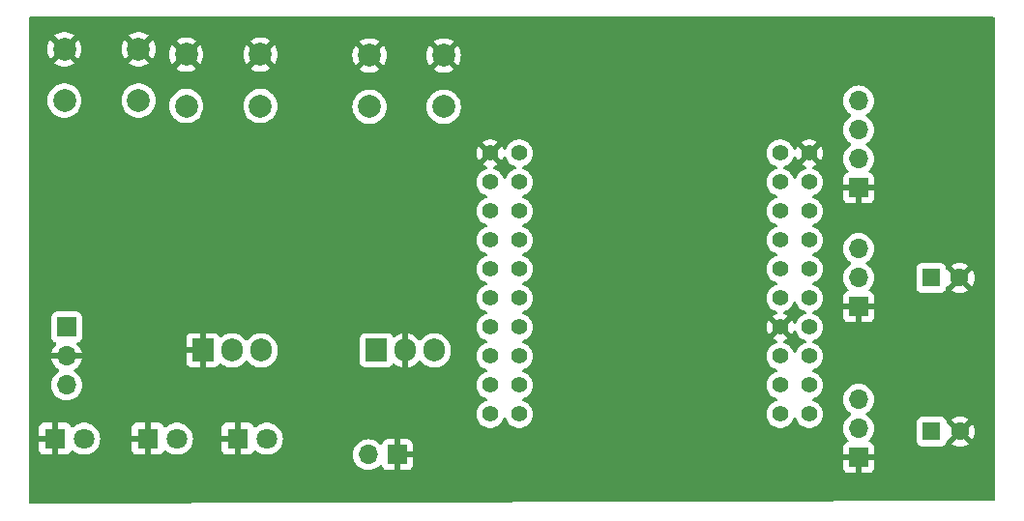
<source format=gbr>
%TF.GenerationSoftware,KiCad,Pcbnew,8.0.6*%
%TF.CreationDate,2024-11-19T15:42:44-05:00*%
%TF.ProjectId,airflow_device,61697266-6c6f-4775-9f64-65766963652e,rev?*%
%TF.SameCoordinates,Original*%
%TF.FileFunction,Copper,L2,Bot*%
%TF.FilePolarity,Positive*%
%FSLAX46Y46*%
G04 Gerber Fmt 4.6, Leading zero omitted, Abs format (unit mm)*
G04 Created by KiCad (PCBNEW 8.0.6) date 2024-11-19 15:42:44*
%MOMM*%
%LPD*%
G01*
G04 APERTURE LIST*
%TA.AperFunction,ComponentPad*%
%ADD10C,1.400000*%
%TD*%
%TA.AperFunction,ComponentPad*%
%ADD11R,1.600000X1.600000*%
%TD*%
%TA.AperFunction,ComponentPad*%
%ADD12C,1.600000*%
%TD*%
%TA.AperFunction,ComponentPad*%
%ADD13R,1.800000X1.800000*%
%TD*%
%TA.AperFunction,ComponentPad*%
%ADD14C,1.800000*%
%TD*%
%TA.AperFunction,ComponentPad*%
%ADD15R,1.905000X2.000000*%
%TD*%
%TA.AperFunction,ComponentPad*%
%ADD16O,1.905000X2.000000*%
%TD*%
%TA.AperFunction,ComponentPad*%
%ADD17C,2.000000*%
%TD*%
%TA.AperFunction,ComponentPad*%
%ADD18R,1.700000X1.700000*%
%TD*%
%TA.AperFunction,ComponentPad*%
%ADD19O,1.700000X1.700000*%
%TD*%
%TA.AperFunction,ViaPad*%
%ADD20C,0.800000*%
%TD*%
G04 APERTURE END LIST*
D10*
%TO.P,U1,1,GND*%
%TO.N,GND*%
X115062000Y-81280000D03*
%TO.P,U1,2,RST*%
%TO.N,unconnected-(U1-RST-Pad2)*%
X117602000Y-81280000D03*
%TO.P,U1,3,NC*%
%TO.N,unconnected-(U1-NC-Pad3)*%
X115062000Y-83820000D03*
%TO.P,U1,4,IO_36/SVP/A0*%
%TO.N,unconnected-(U1-IO_36{slash}SVP{slash}A0-Pad4)*%
X117602000Y-83820000D03*
%TO.P,U1,5,IO_39/SVN*%
%TO.N,unconnected-(U1-IO_39{slash}SVN-Pad5)*%
X115062000Y-86360000D03*
%TO.P,U1,6,IO_26/D0*%
%TO.N,Net-(U1-IO_26{slash}D0)*%
X117602000Y-86360000D03*
%TO.P,U1,7,IO_35*%
%TO.N,unconnected-(U1-IO_35-Pad7)*%
X115062000Y-88900000D03*
%TO.P,U1,8,IO_18/D5*%
%TO.N,Net-(D1-A)*%
X117602000Y-88900000D03*
%TO.P,U1,9,IO_33*%
%TO.N,unconnected-(U1-IO_33-Pad9)*%
X115062000Y-91440000D03*
%TO.P,U1,10,IO_19/D6*%
%TO.N,Net-(U1-IO_19{slash}D6)*%
X117602000Y-91440000D03*
%TO.P,U1,11,IO_34*%
%TO.N,unconnected-(U1-IO_34-Pad11)*%
X115062000Y-93980000D03*
%TO.P,U1,12,IO_23/D7*%
%TO.N,unconnected-(U1-IO_23{slash}D7-Pad12)*%
X117602000Y-93980000D03*
%TO.P,U1,13,IO_14/TMS*%
%TO.N,unconnected-(U1-IO_14{slash}TMS-Pad13)*%
X115062000Y-96520000D03*
%TO.P,U1,14,IO_05/D8*%
%TO.N,Net-(U1-IO_05{slash}D8)*%
X117602000Y-96520000D03*
%TO.P,U1,15,NC*%
%TO.N,unconnected-(U1-NC-Pad15)*%
X115062000Y-99060000D03*
%TO.P,U1,16,3V3*%
%TO.N,/3v3*%
X117602000Y-99060000D03*
%TO.P,U1,17,IO_09/SD2*%
%TO.N,unconnected-(U1-IO_09{slash}SD2-Pad17)*%
X115062000Y-101600000D03*
%TO.P,U1,18,IO_13/TCK*%
%TO.N,unconnected-(U1-IO_13{slash}TCK-Pad18)*%
X117602000Y-101600000D03*
%TO.P,U1,19,CMD*%
%TO.N,unconnected-(U1-CMD-Pad19)*%
X115062000Y-104140000D03*
%TO.P,U1,20,IO_10/SD3*%
%TO.N,unconnected-(U1-IO_10{slash}SD3-Pad20)*%
X117602000Y-104140000D03*
%TO.P,U1,21,TXD*%
%TO.N,unconnected-(U1-TXD-Pad21)*%
X140462000Y-81280000D03*
%TO.P,U1,22,GND*%
%TO.N,GND*%
X143002000Y-81280000D03*
%TO.P,U1,23,RXD*%
%TO.N,unconnected-(U1-RXD-Pad23)*%
X140462000Y-83820000D03*
%TO.P,U1,24,IO_27*%
%TO.N,unconnected-(U1-IO_27-Pad24)*%
X143002000Y-83820000D03*
%TO.P,U1,25,IO_22/D1/SCL*%
%TO.N,/SCL*%
X140462000Y-86360000D03*
%TO.P,U1,26,IO_25*%
%TO.N,unconnected-(U1-IO_25-Pad26)*%
X143002000Y-86360000D03*
%TO.P,U1,27,IO_21/D2/SDA*%
%TO.N,/SDA*%
X140462000Y-88900000D03*
%TO.P,U1,28,IO_32*%
%TO.N,unconnected-(U1-IO_32-Pad28)*%
X143002000Y-88900000D03*
%TO.P,U1,29,IO_17/D3*%
%TO.N,Net-(U1-IO_17{slash}D3)*%
X140462000Y-91440000D03*
%TO.P,U1,30,IO_12/TDI*%
%TO.N,unconnected-(U1-IO_12{slash}TDI-Pad30)*%
X143002000Y-91440000D03*
%TO.P,U1,31,IO_16/D4*%
%TO.N,Net-(U1-IO_16{slash}D4)*%
X140462000Y-93980000D03*
%TO.P,U1,32,IO_04*%
%TO.N,Net-(J3-SIG)*%
X143002000Y-93980000D03*
%TO.P,U1,33,GND*%
%TO.N,GND*%
X140462000Y-96520000D03*
%TO.P,U1,34,IO_00*%
%TO.N,unconnected-(U1-IO_00-Pad34)*%
X143002000Y-96520000D03*
%TO.P,U1,35,VCC_(USB)*%
%TO.N,unconnected-(U1-VCC_(USB)-Pad35)*%
X140462000Y-99060000D03*
%TO.P,U1,36,IO_02*%
%TO.N,Net-(J2-SIG)*%
X143002000Y-99060000D03*
%TO.P,U1,37,TD0*%
%TO.N,unconnected-(U1-TD0-Pad37)*%
X140462000Y-101600000D03*
%TO.P,U1,38,SD1*%
%TO.N,unconnected-(U1-SD1-Pad38)*%
X143002000Y-101600000D03*
%TO.P,U1,39,SD0*%
%TO.N,unconnected-(U1-SD0-Pad39)*%
X140462000Y-104140000D03*
%TO.P,U1,40,CLK*%
%TO.N,unconnected-(U1-CLK-Pad40)*%
X143002000Y-104140000D03*
%TD*%
D11*
%TO.P,C6,2*%
%TO.N,/5V*%
X153710000Y-105664000D03*
D12*
%TO.P,C6,1*%
%TO.N,GND*%
X156210000Y-105664000D03*
%TD*%
D11*
%TO.P,C1,2*%
%TO.N,/5V*%
X153670000Y-92202000D03*
D12*
%TO.P,C1,1*%
%TO.N,GND*%
X156170000Y-92202000D03*
%TD*%
D13*
%TO.P,D2,1,K*%
%TO.N,GND*%
X92964000Y-106299000D03*
D14*
%TO.P,D2,2,A*%
%TO.N,Net-(D2-A)*%
X95504000Y-106299000D03*
%TD*%
D15*
%TO.P,U2,1,GND*%
%TO.N,GND*%
X89916000Y-98552000D03*
D16*
%TO.P,U2,2,VO*%
%TO.N,/3v3*%
X92456000Y-98552000D03*
%TO.P,U2,3,VI*%
%TO.N,/BATT*%
X94996000Y-98552000D03*
%TD*%
D17*
%TO.P,SW2,1,1*%
%TO.N,GND*%
X88444000Y-72644000D03*
X94944000Y-72644000D03*
%TO.P,SW2,2,2*%
%TO.N,Net-(U1-IO_17{slash}D3)*%
X88444000Y-77144000D03*
X94944000Y-77144000D03*
%TD*%
%TO.P,SW4,1,1*%
%TO.N,GND*%
X77776000Y-72172000D03*
X84276000Y-72172000D03*
%TO.P,SW4,2,2*%
%TO.N,Net-(U1-IO_26{slash}D0)*%
X77776000Y-76672000D03*
X84276000Y-76672000D03*
%TD*%
D18*
%TO.P,J2,1,GND*%
%TO.N,GND*%
X147320000Y-107935000D03*
D19*
%TO.P,J2,2,SIG*%
%TO.N,Net-(J2-SIG)*%
X147320000Y-105395000D03*
%TO.P,J2,3,Vin*%
%TO.N,/5V*%
X147320000Y-102855000D03*
%TD*%
D18*
%TO.P,J4,1,GND*%
%TO.N,GND*%
X106934000Y-107696000D03*
D19*
%TO.P,J4,2,BATT*%
%TO.N,/BATT*%
X104394000Y-107696000D03*
%TD*%
D17*
%TO.P,SW3,1,1*%
%TO.N,GND*%
X104498000Y-72716000D03*
X110998000Y-72716000D03*
%TO.P,SW3,2,2*%
%TO.N,Net-(U1-IO_16{slash}D4)*%
X104498000Y-77216000D03*
X110998000Y-77216000D03*
%TD*%
D18*
%TO.P,J3,1,GND*%
%TO.N,GND*%
X147320000Y-94727000D03*
D19*
%TO.P,J3,2,SIG*%
%TO.N,Net-(J3-SIG)*%
X147320000Y-92187000D03*
%TO.P,J3,3,Vin*%
%TO.N,/5V*%
X147320000Y-89647000D03*
%TD*%
D18*
%TO.P,J1,1,GND*%
%TO.N,GND*%
X147320000Y-84328000D03*
D19*
%TO.P,J1,2,SDA*%
%TO.N,/SDA*%
X147320000Y-81788000D03*
%TO.P,J1,3,SCL*%
%TO.N,/SCL*%
X147320000Y-79248000D03*
%TO.P,J1,4,Vin*%
%TO.N,/3v3*%
X147320000Y-76708000D03*
%TD*%
D13*
%TO.P,D3,1,K*%
%TO.N,GND*%
X76962000Y-106299000D03*
D14*
%TO.P,D3,2,A*%
%TO.N,Net-(D3-A)*%
X79502000Y-106299000D03*
%TD*%
D15*
%TO.P,U3,1,Vin*%
%TO.N,/BATT*%
X105085000Y-98552000D03*
D16*
%TO.P,U3,2,GND*%
%TO.N,GND*%
X107625000Y-98552000D03*
%TO.P,U3,3,Vout*%
%TO.N,/5V*%
X110165000Y-98552000D03*
%TD*%
D18*
%TO.P,SW1,1,A*%
%TO.N,unconnected-(SW1-A-Pad1)*%
X77978000Y-96520000D03*
D19*
%TO.P,SW1,2,B*%
%TO.N,GND*%
X77978000Y-99060000D03*
%TO.P,SW1,3,C*%
%TO.N,Net-(D1-A)*%
X77978000Y-101600000D03*
%TD*%
D13*
%TO.P,D1,1,K*%
%TO.N,GND*%
X85090000Y-106299000D03*
D14*
%TO.P,D1,2,A*%
%TO.N,Net-(D1-A)*%
X87630000Y-106299000D03*
%TD*%
D20*
%TO.N,GND*%
X155194000Y-82550000D03*
X96703000Y-101092000D03*
%TD*%
%TA.AperFunction,Conductor*%
%TO.N,GND*%
G36*
X116070861Y-81935308D02*
G01*
X116086631Y-81914425D01*
X116086633Y-81914422D01*
X116185760Y-81715349D01*
X116212473Y-81621461D01*
X116249752Y-81562367D01*
X116313061Y-81532809D01*
X116382301Y-81542170D01*
X116435488Y-81587480D01*
X116451006Y-81621459D01*
X116477770Y-81715525D01*
X116477775Y-81715538D01*
X116576938Y-81914683D01*
X116576943Y-81914691D01*
X116711020Y-82092238D01*
X116875437Y-82242123D01*
X116875439Y-82242125D01*
X117064595Y-82359245D01*
X117064596Y-82359245D01*
X117064599Y-82359247D01*
X117258524Y-82434374D01*
X117313924Y-82476946D01*
X117337515Y-82542713D01*
X117321804Y-82610793D01*
X117271780Y-82659572D01*
X117258533Y-82665622D01*
X117110488Y-82722975D01*
X117064601Y-82740752D01*
X117064595Y-82740754D01*
X116875439Y-82857874D01*
X116875437Y-82857876D01*
X116711020Y-83007761D01*
X116576943Y-83185308D01*
X116576938Y-83185316D01*
X116477775Y-83384461D01*
X116477769Y-83384476D01*
X116451266Y-83477627D01*
X116413987Y-83536721D01*
X116350677Y-83566278D01*
X116281438Y-83556916D01*
X116228251Y-83511606D01*
X116212734Y-83477627D01*
X116186230Y-83384476D01*
X116186229Y-83384472D01*
X116179335Y-83370627D01*
X116087061Y-83185316D01*
X116087056Y-83185308D01*
X115952979Y-83007761D01*
X115788562Y-82857876D01*
X115788560Y-82857874D01*
X115599404Y-82740754D01*
X115599398Y-82740751D01*
X115469967Y-82690610D01*
X115404784Y-82665358D01*
X115349385Y-82622786D01*
X115325794Y-82557019D01*
X115341505Y-82488939D01*
X115391529Y-82440160D01*
X115404786Y-82434105D01*
X115599177Y-82358797D01*
X115599181Y-82358795D01*
X115715326Y-82286879D01*
X115108448Y-81680000D01*
X115114661Y-81680000D01*
X115216394Y-81652741D01*
X115307606Y-81600080D01*
X115382080Y-81525606D01*
X115434741Y-81434394D01*
X115462000Y-81332661D01*
X115462000Y-81326447D01*
X116070861Y-81935308D01*
G37*
%TD.AperFunction*%
%TA.AperFunction,Conductor*%
G36*
X141470861Y-97175308D02*
G01*
X141486631Y-97154425D01*
X141486633Y-97154422D01*
X141585760Y-96955349D01*
X141612473Y-96861461D01*
X141649752Y-96802367D01*
X141713061Y-96772809D01*
X141782301Y-96782170D01*
X141835488Y-96827480D01*
X141851006Y-96861459D01*
X141877770Y-96955525D01*
X141877775Y-96955538D01*
X141976938Y-97154683D01*
X141976943Y-97154691D01*
X142111020Y-97332238D01*
X142275437Y-97482123D01*
X142275439Y-97482125D01*
X142464595Y-97599245D01*
X142464596Y-97599245D01*
X142464599Y-97599247D01*
X142658524Y-97674374D01*
X142713924Y-97716946D01*
X142737515Y-97782713D01*
X142721804Y-97850793D01*
X142671780Y-97899572D01*
X142658533Y-97905622D01*
X142510488Y-97962975D01*
X142464601Y-97980752D01*
X142464595Y-97980754D01*
X142275439Y-98097874D01*
X142275437Y-98097876D01*
X142111020Y-98247761D01*
X141976943Y-98425308D01*
X141976938Y-98425316D01*
X141877775Y-98624461D01*
X141877769Y-98624476D01*
X141851266Y-98717627D01*
X141813987Y-98776721D01*
X141750677Y-98806278D01*
X141681438Y-98796916D01*
X141628251Y-98751606D01*
X141612734Y-98717627D01*
X141586230Y-98624476D01*
X141586229Y-98624472D01*
X141554126Y-98560000D01*
X141487061Y-98425316D01*
X141487056Y-98425308D01*
X141352979Y-98247761D01*
X141188562Y-98097876D01*
X141188560Y-98097874D01*
X140999404Y-97980754D01*
X140999398Y-97980751D01*
X140869967Y-97930610D01*
X140804784Y-97905358D01*
X140749385Y-97862786D01*
X140725794Y-97797019D01*
X140741505Y-97728939D01*
X140791529Y-97680160D01*
X140804786Y-97674105D01*
X140999177Y-97598797D01*
X140999181Y-97598795D01*
X141115326Y-97526879D01*
X140508448Y-96920000D01*
X140514661Y-96920000D01*
X140616394Y-96892741D01*
X140707606Y-96840080D01*
X140782080Y-96765606D01*
X140834741Y-96674394D01*
X140862000Y-96572661D01*
X140862000Y-96566447D01*
X141470861Y-97175308D01*
G37*
%TD.AperFunction*%
%TA.AperFunction,Conductor*%
G36*
X141782562Y-94243083D02*
G01*
X141835749Y-94288393D01*
X141851265Y-94322370D01*
X141857531Y-94344395D01*
X141877769Y-94415523D01*
X141877775Y-94415538D01*
X141976938Y-94614683D01*
X141976943Y-94614691D01*
X142111020Y-94792238D01*
X142275437Y-94942123D01*
X142275439Y-94942125D01*
X142464595Y-95059245D01*
X142464596Y-95059245D01*
X142464599Y-95059247D01*
X142658524Y-95134374D01*
X142713924Y-95176946D01*
X142737515Y-95242713D01*
X142721804Y-95310793D01*
X142671780Y-95359572D01*
X142658533Y-95365622D01*
X142510488Y-95422975D01*
X142464601Y-95440752D01*
X142464595Y-95440754D01*
X142275439Y-95557874D01*
X142275437Y-95557876D01*
X142111020Y-95707761D01*
X141976943Y-95885308D01*
X141976938Y-95885316D01*
X141877775Y-96084461D01*
X141877770Y-96084474D01*
X141851006Y-96178540D01*
X141813726Y-96237633D01*
X141750417Y-96267190D01*
X141681177Y-96257828D01*
X141627991Y-96212518D01*
X141612473Y-96178538D01*
X141585760Y-96084650D01*
X141486635Y-95885580D01*
X141486630Y-95885572D01*
X141470860Y-95864690D01*
X140862000Y-96473551D01*
X140862000Y-96467339D01*
X140834741Y-96365606D01*
X140782080Y-96274394D01*
X140707606Y-96199920D01*
X140616394Y-96147259D01*
X140514661Y-96120000D01*
X140508448Y-96120000D01*
X141115327Y-95513119D01*
X140999178Y-95441202D01*
X140999177Y-95441201D01*
X140804786Y-95365894D01*
X140749384Y-95323321D01*
X140725794Y-95257554D01*
X140741505Y-95189474D01*
X140791529Y-95140695D01*
X140804772Y-95134646D01*
X140999401Y-95059247D01*
X141188562Y-94942124D01*
X141352981Y-94792236D01*
X141487058Y-94614689D01*
X141586229Y-94415528D01*
X141612734Y-94322371D01*
X141650013Y-94263278D01*
X141713323Y-94233721D01*
X141782562Y-94243083D01*
G37*
%TD.AperFunction*%
%TA.AperFunction,Conductor*%
G36*
X142602000Y-81332661D02*
G01*
X142629259Y-81434394D01*
X142681920Y-81525606D01*
X142756394Y-81600080D01*
X142847606Y-81652741D01*
X142949339Y-81680000D01*
X142955553Y-81680000D01*
X142348672Y-82286879D01*
X142348672Y-82286880D01*
X142464821Y-82358797D01*
X142464822Y-82358798D01*
X142659213Y-82434105D01*
X142714614Y-82476678D01*
X142738205Y-82542445D01*
X142722494Y-82610525D01*
X142672470Y-82659304D01*
X142659213Y-82665359D01*
X142464601Y-82740751D01*
X142464595Y-82740754D01*
X142275439Y-82857874D01*
X142275437Y-82857876D01*
X142111020Y-83007761D01*
X141976943Y-83185308D01*
X141976938Y-83185316D01*
X141877775Y-83384461D01*
X141877769Y-83384476D01*
X141851266Y-83477627D01*
X141813987Y-83536721D01*
X141750677Y-83566278D01*
X141681438Y-83556916D01*
X141628251Y-83511606D01*
X141612734Y-83477627D01*
X141586230Y-83384476D01*
X141586229Y-83384472D01*
X141579335Y-83370627D01*
X141487061Y-83185316D01*
X141487056Y-83185308D01*
X141352979Y-83007761D01*
X141188562Y-82857876D01*
X141188560Y-82857874D01*
X140999404Y-82740754D01*
X140999395Y-82740750D01*
X140905956Y-82704552D01*
X140805475Y-82665625D01*
X140750075Y-82623054D01*
X140726484Y-82557288D01*
X140742195Y-82489207D01*
X140792219Y-82440428D01*
X140805466Y-82434377D01*
X140999401Y-82359247D01*
X141188562Y-82242124D01*
X141352981Y-82092236D01*
X141487058Y-81914689D01*
X141586229Y-81715528D01*
X141612995Y-81621455D01*
X141650272Y-81562367D01*
X141713581Y-81532809D01*
X141782821Y-81542171D01*
X141836007Y-81587480D01*
X141851525Y-81621460D01*
X141878236Y-81715342D01*
X141878239Y-81715348D01*
X141977369Y-81914428D01*
X141993137Y-81935308D01*
X141993138Y-81935308D01*
X142602000Y-81326446D01*
X142602000Y-81332661D01*
G37*
%TD.AperFunction*%
%TA.AperFunction,Conductor*%
G36*
X159201039Y-69361685D02*
G01*
X159246794Y-69414489D01*
X159258000Y-69466000D01*
X159258000Y-111636372D01*
X159238315Y-111703411D01*
X159185511Y-111749166D01*
X159134372Y-111760371D01*
X74800372Y-112013626D01*
X74733274Y-111994143D01*
X74687361Y-111941477D01*
X74676000Y-111889627D01*
X74676000Y-105351155D01*
X75562000Y-105351155D01*
X75562000Y-106049000D01*
X76586722Y-106049000D01*
X76542667Y-106125306D01*
X76512000Y-106239756D01*
X76512000Y-106358244D01*
X76542667Y-106472694D01*
X76586722Y-106549000D01*
X75562000Y-106549000D01*
X75562000Y-107246844D01*
X75568401Y-107306372D01*
X75568403Y-107306379D01*
X75618645Y-107441086D01*
X75618649Y-107441093D01*
X75704809Y-107556187D01*
X75704812Y-107556190D01*
X75819906Y-107642350D01*
X75819913Y-107642354D01*
X75954620Y-107692596D01*
X75954627Y-107692598D01*
X76014155Y-107698999D01*
X76014172Y-107699000D01*
X76712000Y-107699000D01*
X76712000Y-106674277D01*
X76788306Y-106718333D01*
X76902756Y-106749000D01*
X77021244Y-106749000D01*
X77135694Y-106718333D01*
X77212000Y-106674277D01*
X77212000Y-107699000D01*
X77909828Y-107699000D01*
X77909844Y-107698999D01*
X77969372Y-107692598D01*
X77969379Y-107692596D01*
X78104086Y-107642354D01*
X78104093Y-107642350D01*
X78219187Y-107556190D01*
X78219190Y-107556187D01*
X78305350Y-107441093D01*
X78305355Y-107441084D01*
X78334075Y-107364081D01*
X78375945Y-107308147D01*
X78441409Y-107283729D01*
X78509682Y-107298580D01*
X78541484Y-107323428D01*
X78550216Y-107332913D01*
X78550219Y-107332915D01*
X78550222Y-107332918D01*
X78733365Y-107475464D01*
X78733371Y-107475468D01*
X78733374Y-107475470D01*
X78937497Y-107585936D01*
X79051487Y-107625068D01*
X79157015Y-107661297D01*
X79157017Y-107661297D01*
X79157019Y-107661298D01*
X79385951Y-107699500D01*
X79385952Y-107699500D01*
X79618048Y-107699500D01*
X79618049Y-107699500D01*
X79846981Y-107661298D01*
X80066503Y-107585936D01*
X80270626Y-107475470D01*
X80278843Y-107469075D01*
X80413739Y-107364081D01*
X80453784Y-107332913D01*
X80610979Y-107162153D01*
X80737924Y-106967849D01*
X80831157Y-106755300D01*
X80888134Y-106530305D01*
X80888825Y-106521964D01*
X80907300Y-106299006D01*
X80907300Y-106298993D01*
X80888135Y-106067702D01*
X80888133Y-106067691D01*
X80831157Y-105842699D01*
X80737924Y-105630151D01*
X80610983Y-105435852D01*
X80610980Y-105435849D01*
X80610979Y-105435847D01*
X80533015Y-105351155D01*
X83690000Y-105351155D01*
X83690000Y-106049000D01*
X84714722Y-106049000D01*
X84670667Y-106125306D01*
X84640000Y-106239756D01*
X84640000Y-106358244D01*
X84670667Y-106472694D01*
X84714722Y-106549000D01*
X83690000Y-106549000D01*
X83690000Y-107246844D01*
X83696401Y-107306372D01*
X83696403Y-107306379D01*
X83746645Y-107441086D01*
X83746649Y-107441093D01*
X83832809Y-107556187D01*
X83832812Y-107556190D01*
X83947906Y-107642350D01*
X83947913Y-107642354D01*
X84082620Y-107692596D01*
X84082627Y-107692598D01*
X84142155Y-107698999D01*
X84142172Y-107699000D01*
X84840000Y-107699000D01*
X84840000Y-106674277D01*
X84916306Y-106718333D01*
X85030756Y-106749000D01*
X85149244Y-106749000D01*
X85263694Y-106718333D01*
X85340000Y-106674277D01*
X85340000Y-107699000D01*
X86037828Y-107699000D01*
X86037844Y-107698999D01*
X86097372Y-107692598D01*
X86097379Y-107692596D01*
X86232086Y-107642354D01*
X86232093Y-107642350D01*
X86347187Y-107556190D01*
X86347190Y-107556187D01*
X86433350Y-107441093D01*
X86433355Y-107441084D01*
X86462075Y-107364081D01*
X86503945Y-107308147D01*
X86569409Y-107283729D01*
X86637682Y-107298580D01*
X86669484Y-107323428D01*
X86678216Y-107332913D01*
X86678219Y-107332915D01*
X86678222Y-107332918D01*
X86861365Y-107475464D01*
X86861371Y-107475468D01*
X86861374Y-107475470D01*
X87065497Y-107585936D01*
X87179487Y-107625068D01*
X87285015Y-107661297D01*
X87285017Y-107661297D01*
X87285019Y-107661298D01*
X87513951Y-107699500D01*
X87513952Y-107699500D01*
X87746048Y-107699500D01*
X87746049Y-107699500D01*
X87974981Y-107661298D01*
X88194503Y-107585936D01*
X88398626Y-107475470D01*
X88406843Y-107469075D01*
X88541739Y-107364081D01*
X88581784Y-107332913D01*
X88738979Y-107162153D01*
X88865924Y-106967849D01*
X88959157Y-106755300D01*
X89016134Y-106530305D01*
X89016825Y-106521964D01*
X89035300Y-106299006D01*
X89035300Y-106298993D01*
X89016135Y-106067702D01*
X89016133Y-106067691D01*
X88959157Y-105842699D01*
X88865924Y-105630151D01*
X88738983Y-105435852D01*
X88738980Y-105435849D01*
X88738979Y-105435847D01*
X88661015Y-105351155D01*
X91564000Y-105351155D01*
X91564000Y-106049000D01*
X92588722Y-106049000D01*
X92544667Y-106125306D01*
X92514000Y-106239756D01*
X92514000Y-106358244D01*
X92544667Y-106472694D01*
X92588722Y-106549000D01*
X91564000Y-106549000D01*
X91564000Y-107246844D01*
X91570401Y-107306372D01*
X91570403Y-107306379D01*
X91620645Y-107441086D01*
X91620649Y-107441093D01*
X91706809Y-107556187D01*
X91706812Y-107556190D01*
X91821906Y-107642350D01*
X91821913Y-107642354D01*
X91956620Y-107692596D01*
X91956627Y-107692598D01*
X92016155Y-107698999D01*
X92016172Y-107699000D01*
X92714000Y-107699000D01*
X92714000Y-106674277D01*
X92790306Y-106718333D01*
X92904756Y-106749000D01*
X93023244Y-106749000D01*
X93137694Y-106718333D01*
X93214000Y-106674277D01*
X93214000Y-107699000D01*
X93911828Y-107699000D01*
X93911844Y-107698999D01*
X93971372Y-107692598D01*
X93971379Y-107692596D01*
X94106086Y-107642354D01*
X94106093Y-107642350D01*
X94221187Y-107556190D01*
X94221190Y-107556187D01*
X94307350Y-107441093D01*
X94307355Y-107441084D01*
X94336075Y-107364081D01*
X94377945Y-107308147D01*
X94443409Y-107283729D01*
X94511682Y-107298580D01*
X94543484Y-107323428D01*
X94552216Y-107332913D01*
X94552219Y-107332915D01*
X94552222Y-107332918D01*
X94735365Y-107475464D01*
X94735371Y-107475468D01*
X94735374Y-107475470D01*
X94939497Y-107585936D01*
X95053487Y-107625068D01*
X95159015Y-107661297D01*
X95159017Y-107661297D01*
X95159019Y-107661298D01*
X95387951Y-107699500D01*
X95387952Y-107699500D01*
X95620048Y-107699500D01*
X95620049Y-107699500D01*
X95641029Y-107695999D01*
X103038341Y-107695999D01*
X103038341Y-107696000D01*
X103058936Y-107931403D01*
X103058938Y-107931413D01*
X103120094Y-108159655D01*
X103120096Y-108159659D01*
X103120097Y-108159663D01*
X103158495Y-108242007D01*
X103219965Y-108373830D01*
X103219967Y-108373834D01*
X103328281Y-108528521D01*
X103355505Y-108567401D01*
X103522599Y-108734495D01*
X103599135Y-108788086D01*
X103716165Y-108870032D01*
X103716167Y-108870033D01*
X103716170Y-108870035D01*
X103930337Y-108969903D01*
X104158592Y-109031063D01*
X104329319Y-109046000D01*
X104393999Y-109051659D01*
X104394000Y-109051659D01*
X104394001Y-109051659D01*
X104458681Y-109046000D01*
X104629408Y-109031063D01*
X104857663Y-108969903D01*
X105071830Y-108870035D01*
X105265401Y-108734495D01*
X105387717Y-108612178D01*
X105449036Y-108578696D01*
X105518728Y-108583680D01*
X105574662Y-108625551D01*
X105591577Y-108656528D01*
X105640646Y-108788088D01*
X105640649Y-108788093D01*
X105726809Y-108903187D01*
X105726812Y-108903190D01*
X105841906Y-108989350D01*
X105841913Y-108989354D01*
X105976620Y-109039596D01*
X105976627Y-109039598D01*
X106036155Y-109045999D01*
X106036172Y-109046000D01*
X106684000Y-109046000D01*
X106684000Y-108129012D01*
X106741007Y-108161925D01*
X106868174Y-108196000D01*
X106999826Y-108196000D01*
X107126993Y-108161925D01*
X107184000Y-108129012D01*
X107184000Y-109046000D01*
X107831828Y-109046000D01*
X107831844Y-109045999D01*
X107891372Y-109039598D01*
X107891379Y-109039596D01*
X108026086Y-108989354D01*
X108026093Y-108989350D01*
X108141187Y-108903190D01*
X108141190Y-108903187D01*
X108227350Y-108788093D01*
X108227354Y-108788086D01*
X108277596Y-108653379D01*
X108277598Y-108653372D01*
X108283999Y-108593844D01*
X108284000Y-108593827D01*
X108284000Y-107946000D01*
X107367012Y-107946000D01*
X107399925Y-107888993D01*
X107434000Y-107761826D01*
X107434000Y-107630174D01*
X107399925Y-107503007D01*
X107367012Y-107446000D01*
X108284000Y-107446000D01*
X108284000Y-106798172D01*
X108283999Y-106798155D01*
X108277598Y-106738627D01*
X108277596Y-106738620D01*
X108227354Y-106603913D01*
X108227350Y-106603906D01*
X108141190Y-106488812D01*
X108141187Y-106488809D01*
X108026093Y-106402649D01*
X108026086Y-106402645D01*
X107891379Y-106352403D01*
X107891372Y-106352401D01*
X107831844Y-106346000D01*
X107184000Y-106346000D01*
X107184000Y-107262988D01*
X107126993Y-107230075D01*
X106999826Y-107196000D01*
X106868174Y-107196000D01*
X106741007Y-107230075D01*
X106684000Y-107262988D01*
X106684000Y-106346000D01*
X106036155Y-106346000D01*
X105976627Y-106352401D01*
X105976620Y-106352403D01*
X105841913Y-106402645D01*
X105841906Y-106402649D01*
X105726812Y-106488809D01*
X105726809Y-106488812D01*
X105640649Y-106603906D01*
X105640645Y-106603913D01*
X105591578Y-106735470D01*
X105549707Y-106791404D01*
X105484242Y-106815821D01*
X105415969Y-106800969D01*
X105387715Y-106779819D01*
X105335705Y-106727809D01*
X105265401Y-106657505D01*
X105265397Y-106657502D01*
X105265396Y-106657501D01*
X105071834Y-106521967D01*
X105071830Y-106521965D01*
X105050188Y-106511873D01*
X104857663Y-106422097D01*
X104857659Y-106422096D01*
X104857655Y-106422094D01*
X104629413Y-106360938D01*
X104629403Y-106360936D01*
X104394001Y-106340341D01*
X104393999Y-106340341D01*
X104158596Y-106360936D01*
X104158586Y-106360938D01*
X103930344Y-106422094D01*
X103930335Y-106422098D01*
X103716171Y-106521964D01*
X103716169Y-106521965D01*
X103522597Y-106657505D01*
X103355505Y-106824597D01*
X103219965Y-107018169D01*
X103219964Y-107018171D01*
X103120098Y-107232335D01*
X103120094Y-107232344D01*
X103058938Y-107460586D01*
X103058936Y-107460596D01*
X103038341Y-107695999D01*
X95641029Y-107695999D01*
X95848981Y-107661298D01*
X96068503Y-107585936D01*
X96272626Y-107475470D01*
X96280843Y-107469075D01*
X96415739Y-107364081D01*
X96455784Y-107332913D01*
X96612979Y-107162153D01*
X96739924Y-106967849D01*
X96833157Y-106755300D01*
X96890134Y-106530305D01*
X96890825Y-106521964D01*
X96909300Y-106299006D01*
X96909300Y-106298993D01*
X96890135Y-106067702D01*
X96890133Y-106067691D01*
X96833157Y-105842699D01*
X96739924Y-105630151D01*
X96612983Y-105435852D01*
X96612980Y-105435849D01*
X96612979Y-105435847D01*
X96455784Y-105265087D01*
X96455779Y-105265083D01*
X96455777Y-105265081D01*
X96272634Y-105122535D01*
X96272628Y-105122531D01*
X96068504Y-105012064D01*
X96068495Y-105012061D01*
X95848984Y-104936702D01*
X95661404Y-104905401D01*
X95620049Y-104898500D01*
X95387951Y-104898500D01*
X95346596Y-104905401D01*
X95159015Y-104936702D01*
X94939504Y-105012061D01*
X94939495Y-105012064D01*
X94735371Y-105122531D01*
X94735365Y-105122535D01*
X94552222Y-105265081D01*
X94552215Y-105265087D01*
X94543484Y-105274572D01*
X94483595Y-105310561D01*
X94413757Y-105308458D01*
X94356143Y-105268932D01*
X94336075Y-105233918D01*
X94307355Y-105156915D01*
X94307350Y-105156906D01*
X94221190Y-105041812D01*
X94221187Y-105041809D01*
X94106093Y-104955649D01*
X94106086Y-104955645D01*
X93971379Y-104905403D01*
X93971372Y-104905401D01*
X93911844Y-104899000D01*
X93214000Y-104899000D01*
X93214000Y-105923722D01*
X93137694Y-105879667D01*
X93023244Y-105849000D01*
X92904756Y-105849000D01*
X92790306Y-105879667D01*
X92714000Y-105923722D01*
X92714000Y-104899000D01*
X92016155Y-104899000D01*
X91956627Y-104905401D01*
X91956620Y-104905403D01*
X91821913Y-104955645D01*
X91821906Y-104955649D01*
X91706812Y-105041809D01*
X91706809Y-105041812D01*
X91620649Y-105156906D01*
X91620645Y-105156913D01*
X91570403Y-105291620D01*
X91570401Y-105291627D01*
X91564000Y-105351155D01*
X88661015Y-105351155D01*
X88581784Y-105265087D01*
X88581779Y-105265083D01*
X88581777Y-105265081D01*
X88398634Y-105122535D01*
X88398628Y-105122531D01*
X88194504Y-105012064D01*
X88194495Y-105012061D01*
X87974984Y-104936702D01*
X87787404Y-104905401D01*
X87746049Y-104898500D01*
X87513951Y-104898500D01*
X87472596Y-104905401D01*
X87285015Y-104936702D01*
X87065504Y-105012061D01*
X87065495Y-105012064D01*
X86861371Y-105122531D01*
X86861365Y-105122535D01*
X86678222Y-105265081D01*
X86678215Y-105265087D01*
X86669484Y-105274572D01*
X86609595Y-105310561D01*
X86539757Y-105308458D01*
X86482143Y-105268932D01*
X86462075Y-105233918D01*
X86433355Y-105156915D01*
X86433350Y-105156906D01*
X86347190Y-105041812D01*
X86347187Y-105041809D01*
X86232093Y-104955649D01*
X86232086Y-104955645D01*
X86097379Y-104905403D01*
X86097372Y-104905401D01*
X86037844Y-104899000D01*
X85340000Y-104899000D01*
X85340000Y-105923722D01*
X85263694Y-105879667D01*
X85149244Y-105849000D01*
X85030756Y-105849000D01*
X84916306Y-105879667D01*
X84840000Y-105923722D01*
X84840000Y-104899000D01*
X84142155Y-104899000D01*
X84082627Y-104905401D01*
X84082620Y-104905403D01*
X83947913Y-104955645D01*
X83947906Y-104955649D01*
X83832812Y-105041809D01*
X83832809Y-105041812D01*
X83746649Y-105156906D01*
X83746645Y-105156913D01*
X83696403Y-105291620D01*
X83696401Y-105291627D01*
X83690000Y-105351155D01*
X80533015Y-105351155D01*
X80453784Y-105265087D01*
X80453779Y-105265083D01*
X80453777Y-105265081D01*
X80270634Y-105122535D01*
X80270628Y-105122531D01*
X80066504Y-105012064D01*
X80066495Y-105012061D01*
X79846984Y-104936702D01*
X79659404Y-104905401D01*
X79618049Y-104898500D01*
X79385951Y-104898500D01*
X79344596Y-104905401D01*
X79157015Y-104936702D01*
X78937504Y-105012061D01*
X78937495Y-105012064D01*
X78733371Y-105122531D01*
X78733365Y-105122535D01*
X78550222Y-105265081D01*
X78550215Y-105265087D01*
X78541484Y-105274572D01*
X78481595Y-105310561D01*
X78411757Y-105308458D01*
X78354143Y-105268932D01*
X78334075Y-105233918D01*
X78305355Y-105156915D01*
X78305350Y-105156906D01*
X78219190Y-105041812D01*
X78219187Y-105041809D01*
X78104093Y-104955649D01*
X78104086Y-104955645D01*
X77969379Y-104905403D01*
X77969372Y-104905401D01*
X77909844Y-104899000D01*
X77212000Y-104899000D01*
X77212000Y-105923722D01*
X77135694Y-105879667D01*
X77021244Y-105849000D01*
X76902756Y-105849000D01*
X76788306Y-105879667D01*
X76712000Y-105923722D01*
X76712000Y-104899000D01*
X76014155Y-104899000D01*
X75954627Y-104905401D01*
X75954620Y-104905403D01*
X75819913Y-104955645D01*
X75819906Y-104955649D01*
X75704812Y-105041809D01*
X75704809Y-105041812D01*
X75618649Y-105156906D01*
X75618645Y-105156913D01*
X75568403Y-105291620D01*
X75568401Y-105291627D01*
X75562000Y-105351155D01*
X74676000Y-105351155D01*
X74676000Y-101599999D01*
X76622341Y-101599999D01*
X76622341Y-101600000D01*
X76642936Y-101835403D01*
X76642938Y-101835413D01*
X76704094Y-102063655D01*
X76704096Y-102063659D01*
X76704097Y-102063663D01*
X76757026Y-102177169D01*
X76803965Y-102277830D01*
X76803967Y-102277834D01*
X76912281Y-102432521D01*
X76939505Y-102471401D01*
X77106599Y-102638495D01*
X77164796Y-102679245D01*
X77300165Y-102774032D01*
X77300167Y-102774033D01*
X77300170Y-102774035D01*
X77514337Y-102873903D01*
X77742592Y-102935063D01*
X77930918Y-102951539D01*
X77977999Y-102955659D01*
X77978000Y-102955659D01*
X77978001Y-102955659D01*
X78017234Y-102952226D01*
X78213408Y-102935063D01*
X78441663Y-102873903D01*
X78655830Y-102774035D01*
X78849401Y-102638495D01*
X79016495Y-102471401D01*
X79152035Y-102277830D01*
X79251903Y-102063663D01*
X79313063Y-101835408D01*
X79333659Y-101600000D01*
X79313063Y-101364592D01*
X79251903Y-101136337D01*
X79152035Y-100922171D01*
X79016495Y-100728599D01*
X79016494Y-100728597D01*
X78849402Y-100561506D01*
X78849401Y-100561505D01*
X78663405Y-100431269D01*
X78619781Y-100376692D01*
X78612588Y-100307193D01*
X78644110Y-100244839D01*
X78663405Y-100228119D01*
X78849082Y-100098105D01*
X79016105Y-99931082D01*
X79151600Y-99737578D01*
X79251429Y-99523492D01*
X79251432Y-99523486D01*
X79308636Y-99310000D01*
X78411012Y-99310000D01*
X78443925Y-99252993D01*
X78478000Y-99125826D01*
X78478000Y-98994174D01*
X78443925Y-98867007D01*
X78411012Y-98810000D01*
X79308636Y-98810000D01*
X79308635Y-98809999D01*
X79251432Y-98596513D01*
X79251429Y-98596507D01*
X79151600Y-98382422D01*
X79151599Y-98382420D01*
X79016113Y-98188926D01*
X79016108Y-98188920D01*
X78894053Y-98066865D01*
X78860568Y-98005542D01*
X78865552Y-97935850D01*
X78907424Y-97879917D01*
X78938400Y-97863002D01*
X79070331Y-97813796D01*
X79185546Y-97727546D01*
X79271796Y-97612331D01*
X79312143Y-97504155D01*
X88463500Y-97504155D01*
X88463500Y-98302000D01*
X89425252Y-98302000D01*
X89403482Y-98339708D01*
X89366000Y-98479591D01*
X89366000Y-98624409D01*
X89403482Y-98764292D01*
X89425252Y-98802000D01*
X88463500Y-98802000D01*
X88463500Y-99599844D01*
X88469901Y-99659372D01*
X88469903Y-99659379D01*
X88520145Y-99794086D01*
X88520149Y-99794093D01*
X88606309Y-99909187D01*
X88606312Y-99909190D01*
X88721406Y-99995350D01*
X88721413Y-99995354D01*
X88856120Y-100045596D01*
X88856127Y-100045598D01*
X88915655Y-100051999D01*
X88915672Y-100052000D01*
X89666000Y-100052000D01*
X89666000Y-99042747D01*
X89703708Y-99064518D01*
X89843591Y-99102000D01*
X89988409Y-99102000D01*
X90128292Y-99064518D01*
X90166000Y-99042747D01*
X90166000Y-100052000D01*
X90916328Y-100052000D01*
X90916344Y-100051999D01*
X90975872Y-100045598D01*
X90975879Y-100045596D01*
X91110586Y-99995354D01*
X91110593Y-99995350D01*
X91225687Y-99909190D01*
X91225690Y-99909187D01*
X91311850Y-99794093D01*
X91311854Y-99794086D01*
X91322272Y-99766155D01*
X91364143Y-99710221D01*
X91429607Y-99685804D01*
X91497880Y-99700655D01*
X91511331Y-99709164D01*
X91694462Y-99842217D01*
X91825904Y-99909190D01*
X91898244Y-99946049D01*
X92115751Y-100016721D01*
X92115752Y-100016721D01*
X92115755Y-100016722D01*
X92341646Y-100052500D01*
X92341647Y-100052500D01*
X92570353Y-100052500D01*
X92570354Y-100052500D01*
X92796245Y-100016722D01*
X92796248Y-100016721D01*
X92796249Y-100016721D01*
X93013755Y-99946049D01*
X93013755Y-99946048D01*
X93013758Y-99946048D01*
X93217538Y-99842217D01*
X93402566Y-99707786D01*
X93564286Y-99546066D01*
X93625683Y-99461559D01*
X93681012Y-99418896D01*
X93750625Y-99412917D01*
X93812420Y-99445523D01*
X93826314Y-99461556D01*
X93887714Y-99546066D01*
X94049434Y-99707786D01*
X94234462Y-99842217D01*
X94365904Y-99909190D01*
X94438244Y-99946049D01*
X94655751Y-100016721D01*
X94655752Y-100016721D01*
X94655755Y-100016722D01*
X94881646Y-100052500D01*
X94881647Y-100052500D01*
X95110353Y-100052500D01*
X95110354Y-100052500D01*
X95336245Y-100016722D01*
X95336248Y-100016721D01*
X95336249Y-100016721D01*
X95553755Y-99946049D01*
X95553755Y-99946048D01*
X95553758Y-99946048D01*
X95757538Y-99842217D01*
X95942566Y-99707786D01*
X96104286Y-99546066D01*
X96238717Y-99361038D01*
X96342548Y-99157258D01*
X96413222Y-98939745D01*
X96449000Y-98713854D01*
X96449000Y-98390146D01*
X96413222Y-98164255D01*
X96413221Y-98164251D01*
X96413221Y-98164250D01*
X96342549Y-97946744D01*
X96298096Y-97859500D01*
X96238717Y-97742962D01*
X96104286Y-97557934D01*
X96050487Y-97504135D01*
X103632000Y-97504135D01*
X103632000Y-99599870D01*
X103632001Y-99599876D01*
X103638408Y-99659483D01*
X103688702Y-99794328D01*
X103688706Y-99794335D01*
X103774952Y-99909544D01*
X103774955Y-99909547D01*
X103890164Y-99995793D01*
X103890171Y-99995797D01*
X104025017Y-100046091D01*
X104025016Y-100046091D01*
X104031944Y-100046835D01*
X104084627Y-100052500D01*
X106085372Y-100052499D01*
X106144983Y-100046091D01*
X106279831Y-99995796D01*
X106395046Y-99909546D01*
X106481296Y-99794331D01*
X106491872Y-99765974D01*
X106533740Y-99710041D01*
X106599204Y-99685622D01*
X106667477Y-99700472D01*
X106680940Y-99708988D01*
X106863723Y-99841788D01*
X107067429Y-99945582D01*
X107284871Y-100016234D01*
X107375000Y-100030509D01*
X107375000Y-99042747D01*
X107412708Y-99064518D01*
X107552591Y-99102000D01*
X107697409Y-99102000D01*
X107837292Y-99064518D01*
X107875000Y-99042747D01*
X107875000Y-100030508D01*
X107965128Y-100016234D01*
X108182570Y-99945582D01*
X108386276Y-99841788D01*
X108571242Y-99707402D01*
X108732905Y-99545739D01*
X108794371Y-99461137D01*
X108849701Y-99418470D01*
X108919314Y-99412491D01*
X108981109Y-99445096D01*
X108995007Y-99461134D01*
X109056714Y-99546066D01*
X109218434Y-99707786D01*
X109403462Y-99842217D01*
X109534904Y-99909190D01*
X109607244Y-99946049D01*
X109824751Y-100016721D01*
X109824752Y-100016721D01*
X109824755Y-100016722D01*
X110050646Y-100052500D01*
X110050647Y-100052500D01*
X110279353Y-100052500D01*
X110279354Y-100052500D01*
X110505245Y-100016722D01*
X110505248Y-100016721D01*
X110505249Y-100016721D01*
X110722755Y-99946049D01*
X110722755Y-99946048D01*
X110722758Y-99946048D01*
X110926538Y-99842217D01*
X111111566Y-99707786D01*
X111273286Y-99546066D01*
X111407717Y-99361038D01*
X111511548Y-99157258D01*
X111582222Y-98939745D01*
X111618000Y-98713854D01*
X111618000Y-98390146D01*
X111582222Y-98164255D01*
X111582221Y-98164251D01*
X111582221Y-98164250D01*
X111511549Y-97946744D01*
X111467096Y-97859500D01*
X111407717Y-97742962D01*
X111273286Y-97557934D01*
X111111566Y-97396214D01*
X110926538Y-97261783D01*
X110795100Y-97194812D01*
X110722755Y-97157950D01*
X110505248Y-97087278D01*
X110319812Y-97057908D01*
X110279354Y-97051500D01*
X110050646Y-97051500D01*
X110007063Y-97058403D01*
X109824753Y-97087278D01*
X109824750Y-97087278D01*
X109607244Y-97157950D01*
X109403461Y-97261783D01*
X109337217Y-97309913D01*
X109218434Y-97396214D01*
X109218432Y-97396216D01*
X109218431Y-97396216D01*
X109056716Y-97557931D01*
X109056709Y-97557940D01*
X108995007Y-97642864D01*
X108939677Y-97685530D01*
X108870063Y-97691508D01*
X108808269Y-97658901D01*
X108794372Y-97642863D01*
X108732907Y-97558263D01*
X108732902Y-97558257D01*
X108571242Y-97396597D01*
X108386276Y-97262211D01*
X108182568Y-97158417D01*
X107965124Y-97087765D01*
X107875000Y-97073490D01*
X107875000Y-98061252D01*
X107837292Y-98039482D01*
X107697409Y-98002000D01*
X107552591Y-98002000D01*
X107412708Y-98039482D01*
X107375000Y-98061252D01*
X107375000Y-97073490D01*
X107374999Y-97073490D01*
X107284875Y-97087765D01*
X107067431Y-97158417D01*
X106863719Y-97262213D01*
X106680939Y-97395010D01*
X106615132Y-97418490D01*
X106547079Y-97402664D01*
X106498384Y-97352558D01*
X106491875Y-97338033D01*
X106481296Y-97309669D01*
X106481295Y-97309667D01*
X106481293Y-97309664D01*
X106395047Y-97194455D01*
X106395044Y-97194452D01*
X106279835Y-97108206D01*
X106279828Y-97108202D01*
X106144982Y-97057908D01*
X106144983Y-97057908D01*
X106085383Y-97051501D01*
X106085381Y-97051500D01*
X106085373Y-97051500D01*
X106085364Y-97051500D01*
X104084629Y-97051500D01*
X104084623Y-97051501D01*
X104025016Y-97057908D01*
X103890171Y-97108202D01*
X103890164Y-97108206D01*
X103774955Y-97194452D01*
X103774952Y-97194455D01*
X103688706Y-97309664D01*
X103688702Y-97309671D01*
X103638408Y-97444517D01*
X103632001Y-97504116D01*
X103632000Y-97504135D01*
X96050487Y-97504135D01*
X95942566Y-97396214D01*
X95757538Y-97261783D01*
X95626100Y-97194812D01*
X95553755Y-97157950D01*
X95336248Y-97087278D01*
X95150812Y-97057908D01*
X95110354Y-97051500D01*
X94881646Y-97051500D01*
X94838063Y-97058403D01*
X94655753Y-97087278D01*
X94655750Y-97087278D01*
X94438244Y-97157950D01*
X94234461Y-97261783D01*
X94168217Y-97309913D01*
X94049434Y-97396214D01*
X94049432Y-97396216D01*
X94049431Y-97396216D01*
X93887715Y-97557932D01*
X93826318Y-97642438D01*
X93770987Y-97685103D01*
X93701374Y-97691082D01*
X93639579Y-97658476D01*
X93625682Y-97642438D01*
X93594303Y-97599249D01*
X93564286Y-97557934D01*
X93402566Y-97396214D01*
X93217538Y-97261783D01*
X93086100Y-97194812D01*
X93013755Y-97157950D01*
X92796248Y-97087278D01*
X92610812Y-97057908D01*
X92570354Y-97051500D01*
X92341646Y-97051500D01*
X92298063Y-97058403D01*
X92115753Y-97087278D01*
X92115750Y-97087278D01*
X91898244Y-97157950D01*
X91694458Y-97261785D01*
X91511339Y-97394829D01*
X91445533Y-97418309D01*
X91377479Y-97402484D01*
X91328784Y-97352378D01*
X91322272Y-97337845D01*
X91311853Y-97309911D01*
X91311850Y-97309906D01*
X91225690Y-97194812D01*
X91225687Y-97194809D01*
X91110593Y-97108649D01*
X91110586Y-97108645D01*
X90975879Y-97058403D01*
X90975872Y-97058401D01*
X90916344Y-97052000D01*
X90166000Y-97052000D01*
X90166000Y-98061252D01*
X90128292Y-98039482D01*
X89988409Y-98002000D01*
X89843591Y-98002000D01*
X89703708Y-98039482D01*
X89666000Y-98061252D01*
X89666000Y-97052000D01*
X88915655Y-97052000D01*
X88856127Y-97058401D01*
X88856120Y-97058403D01*
X88721413Y-97108645D01*
X88721406Y-97108649D01*
X88606312Y-97194809D01*
X88606309Y-97194812D01*
X88520149Y-97309906D01*
X88520145Y-97309913D01*
X88469903Y-97444620D01*
X88469901Y-97444627D01*
X88463500Y-97504155D01*
X79312143Y-97504155D01*
X79322091Y-97477483D01*
X79328500Y-97417873D01*
X79328499Y-95622128D01*
X79322091Y-95562517D01*
X79320359Y-95557874D01*
X79271797Y-95427671D01*
X79271793Y-95427664D01*
X79185547Y-95312455D01*
X79185544Y-95312452D01*
X79070335Y-95226206D01*
X79070328Y-95226202D01*
X78935482Y-95175908D01*
X78935483Y-95175908D01*
X78875883Y-95169501D01*
X78875881Y-95169500D01*
X78875873Y-95169500D01*
X78875864Y-95169500D01*
X77080129Y-95169500D01*
X77080123Y-95169501D01*
X77020516Y-95175908D01*
X76885671Y-95226202D01*
X76885664Y-95226206D01*
X76770455Y-95312452D01*
X76770452Y-95312455D01*
X76684206Y-95427664D01*
X76684202Y-95427671D01*
X76633908Y-95562517D01*
X76627501Y-95622116D01*
X76627501Y-95622123D01*
X76627500Y-95622135D01*
X76627500Y-97417870D01*
X76627501Y-97417876D01*
X76633908Y-97477483D01*
X76684202Y-97612328D01*
X76684206Y-97612335D01*
X76770452Y-97727544D01*
X76770455Y-97727547D01*
X76885664Y-97813793D01*
X76885671Y-97813797D01*
X76885674Y-97813798D01*
X77017598Y-97863002D01*
X77073531Y-97904873D01*
X77097949Y-97970337D01*
X77083098Y-98038610D01*
X77061947Y-98066865D01*
X76939886Y-98188926D01*
X76804400Y-98382420D01*
X76804399Y-98382422D01*
X76704570Y-98596507D01*
X76704567Y-98596513D01*
X76647364Y-98809999D01*
X76647364Y-98810000D01*
X77544988Y-98810000D01*
X77512075Y-98867007D01*
X77478000Y-98994174D01*
X77478000Y-99125826D01*
X77512075Y-99252993D01*
X77544988Y-99310000D01*
X76647364Y-99310000D01*
X76704567Y-99523486D01*
X76704570Y-99523492D01*
X76804399Y-99737578D01*
X76939894Y-99931082D01*
X77106917Y-100098105D01*
X77292595Y-100228119D01*
X77336219Y-100282696D01*
X77343412Y-100352195D01*
X77311890Y-100414549D01*
X77292595Y-100431269D01*
X77106594Y-100561508D01*
X76939505Y-100728597D01*
X76803965Y-100922169D01*
X76803964Y-100922171D01*
X76704098Y-101136335D01*
X76704094Y-101136344D01*
X76642938Y-101364586D01*
X76642936Y-101364596D01*
X76622341Y-101599999D01*
X74676000Y-101599999D01*
X74676000Y-83819999D01*
X113856357Y-83819999D01*
X113856357Y-83820000D01*
X113876884Y-84041535D01*
X113876885Y-84041537D01*
X113937769Y-84255523D01*
X113937775Y-84255538D01*
X114036938Y-84454683D01*
X114036943Y-84454691D01*
X114171020Y-84632238D01*
X114335437Y-84782123D01*
X114335439Y-84782125D01*
X114524595Y-84899245D01*
X114524596Y-84899245D01*
X114524599Y-84899247D01*
X114718524Y-84974374D01*
X114773924Y-85016946D01*
X114797515Y-85082713D01*
X114781804Y-85150793D01*
X114731780Y-85199572D01*
X114718533Y-85205622D01*
X114570488Y-85262975D01*
X114524601Y-85280752D01*
X114524595Y-85280754D01*
X114335439Y-85397874D01*
X114335437Y-85397876D01*
X114171020Y-85547761D01*
X114036943Y-85725308D01*
X114036938Y-85725316D01*
X113937775Y-85924461D01*
X113937769Y-85924476D01*
X113876885Y-86138462D01*
X113876884Y-86138464D01*
X113856357Y-86359999D01*
X113856357Y-86360000D01*
X113876884Y-86581535D01*
X113876885Y-86581537D01*
X113937769Y-86795523D01*
X113937775Y-86795538D01*
X114036938Y-86994683D01*
X114036943Y-86994691D01*
X114171020Y-87172238D01*
X114335437Y-87322123D01*
X114335439Y-87322125D01*
X114524595Y-87439245D01*
X114524596Y-87439245D01*
X114524599Y-87439247D01*
X114718524Y-87514374D01*
X114773924Y-87556946D01*
X114797515Y-87622713D01*
X114781804Y-87690793D01*
X114731780Y-87739572D01*
X114718533Y-87745622D01*
X114570488Y-87802975D01*
X114524601Y-87820752D01*
X114524595Y-87820754D01*
X114335439Y-87937874D01*
X114335437Y-87937876D01*
X114171020Y-88087761D01*
X114036943Y-88265308D01*
X114036938Y-88265316D01*
X113937775Y-88464461D01*
X113937769Y-88464476D01*
X113876885Y-88678462D01*
X113876884Y-88678464D01*
X113856357Y-88899999D01*
X113856357Y-88900000D01*
X113876884Y-89121535D01*
X113876885Y-89121537D01*
X113937769Y-89335523D01*
X113937775Y-89335538D01*
X114036938Y-89534683D01*
X114036943Y-89534691D01*
X114171020Y-89712238D01*
X114335437Y-89862123D01*
X114335439Y-89862125D01*
X114524595Y-89979245D01*
X114524596Y-89979245D01*
X114524599Y-89979247D01*
X114718524Y-90054374D01*
X114773924Y-90096946D01*
X114797515Y-90162713D01*
X114781804Y-90230793D01*
X114731780Y-90279572D01*
X114718533Y-90285622D01*
X114570488Y-90342975D01*
X114524601Y-90360752D01*
X114524595Y-90360754D01*
X114335439Y-90477874D01*
X114335437Y-90477876D01*
X114171020Y-90627761D01*
X114036943Y-90805308D01*
X114036938Y-90805316D01*
X113937775Y-91004461D01*
X113937769Y-91004476D01*
X113876885Y-91218462D01*
X113876884Y-91218464D01*
X113856357Y-91439999D01*
X113856357Y-91440000D01*
X113876884Y-91661535D01*
X113876885Y-91661537D01*
X113937769Y-91875523D01*
X113937775Y-91875538D01*
X114036938Y-92074683D01*
X114036943Y-92074691D01*
X114171020Y-92252238D01*
X114335437Y-92402123D01*
X114335439Y-92402125D01*
X114524595Y-92519245D01*
X114524596Y-92519245D01*
X114524599Y-92519247D01*
X114718524Y-92594374D01*
X114773924Y-92636946D01*
X114797515Y-92702713D01*
X114781804Y-92770793D01*
X114731780Y-92819572D01*
X114718533Y-92825622D01*
X114570488Y-92882975D01*
X114524601Y-92900752D01*
X114524595Y-92900754D01*
X114335439Y-93017874D01*
X114335437Y-93017876D01*
X114171020Y-93167761D01*
X114036943Y-93345308D01*
X114036938Y-93345316D01*
X113937775Y-93544461D01*
X113937769Y-93544476D01*
X113876885Y-93758462D01*
X113876884Y-93758464D01*
X113856357Y-93979999D01*
X113856357Y-93980000D01*
X113876884Y-94201535D01*
X113876885Y-94201537D01*
X113937769Y-94415523D01*
X113937775Y-94415538D01*
X114036938Y-94614683D01*
X114036943Y-94614691D01*
X114171020Y-94792238D01*
X114335437Y-94942123D01*
X114335439Y-94942125D01*
X114524595Y-95059245D01*
X114524596Y-95059245D01*
X114524599Y-95059247D01*
X114718524Y-95134374D01*
X114773924Y-95176946D01*
X114797515Y-95242713D01*
X114781804Y-95310793D01*
X114731780Y-95359572D01*
X114718533Y-95365622D01*
X114570488Y-95422975D01*
X114524601Y-95440752D01*
X114524595Y-95440754D01*
X114335439Y-95557874D01*
X114335437Y-95557876D01*
X114171020Y-95707761D01*
X114036943Y-95885308D01*
X114036938Y-95885316D01*
X113937775Y-96084461D01*
X113937769Y-96084476D01*
X113876885Y-96298462D01*
X113876884Y-96298464D01*
X113856357Y-96519999D01*
X113856357Y-96520000D01*
X113876884Y-96741535D01*
X113876885Y-96741537D01*
X113937769Y-96955523D01*
X113937775Y-96955538D01*
X114036938Y-97154683D01*
X114036943Y-97154691D01*
X114171020Y-97332238D01*
X114335437Y-97482123D01*
X114335439Y-97482125D01*
X114524595Y-97599245D01*
X114524596Y-97599245D01*
X114524599Y-97599247D01*
X114718524Y-97674374D01*
X114773924Y-97716946D01*
X114797515Y-97782713D01*
X114781804Y-97850793D01*
X114731780Y-97899572D01*
X114718533Y-97905622D01*
X114570488Y-97962975D01*
X114524601Y-97980752D01*
X114524595Y-97980754D01*
X114335439Y-98097874D01*
X114335437Y-98097876D01*
X114171020Y-98247761D01*
X114036943Y-98425308D01*
X114036938Y-98425316D01*
X113937775Y-98624461D01*
X113937769Y-98624476D01*
X113876885Y-98838462D01*
X113876884Y-98838464D01*
X113856357Y-99059999D01*
X113856357Y-99060000D01*
X113876884Y-99281535D01*
X113876885Y-99281537D01*
X113937769Y-99495523D01*
X113937775Y-99495538D01*
X114036938Y-99694683D01*
X114036943Y-99694691D01*
X114171020Y-99872238D01*
X114335437Y-100022123D01*
X114335439Y-100022125D01*
X114524595Y-100139245D01*
X114524596Y-100139245D01*
X114524599Y-100139247D01*
X114718524Y-100214374D01*
X114773924Y-100256946D01*
X114797515Y-100322713D01*
X114781804Y-100390793D01*
X114731780Y-100439572D01*
X114718533Y-100445622D01*
X114570488Y-100502975D01*
X114524601Y-100520752D01*
X114524595Y-100520754D01*
X114335439Y-100637874D01*
X114335437Y-100637876D01*
X114171020Y-100787761D01*
X114036943Y-100965308D01*
X114036938Y-100965316D01*
X113937775Y-101164461D01*
X113937769Y-101164476D01*
X113876885Y-101378462D01*
X113876884Y-101378464D01*
X113856357Y-101599999D01*
X113856357Y-101600000D01*
X113876884Y-101821535D01*
X113876885Y-101821537D01*
X113937769Y-102035523D01*
X113937775Y-102035538D01*
X114036938Y-102234683D01*
X114036943Y-102234691D01*
X114171020Y-102412238D01*
X114335437Y-102562123D01*
X114335439Y-102562125D01*
X114524595Y-102679245D01*
X114524596Y-102679245D01*
X114524599Y-102679247D01*
X114718524Y-102754374D01*
X114773924Y-102796946D01*
X114797515Y-102862713D01*
X114781804Y-102930793D01*
X114731780Y-102979572D01*
X114718533Y-102985622D01*
X114570488Y-103042975D01*
X114524601Y-103060752D01*
X114524595Y-103060754D01*
X114335439Y-103177874D01*
X114335437Y-103177876D01*
X114171020Y-103327761D01*
X114036943Y-103505308D01*
X114036938Y-103505316D01*
X113937775Y-103704461D01*
X113937769Y-103704476D01*
X113876885Y-103918462D01*
X113876884Y-103918464D01*
X113856357Y-104139999D01*
X113856357Y-104140000D01*
X113876884Y-104361535D01*
X113876885Y-104361537D01*
X113937769Y-104575523D01*
X113937775Y-104575538D01*
X114036938Y-104774683D01*
X114036943Y-104774691D01*
X114171020Y-104952238D01*
X114335437Y-105102123D01*
X114335439Y-105102125D01*
X114524595Y-105219245D01*
X114524596Y-105219245D01*
X114524599Y-105219247D01*
X114732060Y-105299618D01*
X114950757Y-105340500D01*
X114950759Y-105340500D01*
X115173241Y-105340500D01*
X115173243Y-105340500D01*
X115391940Y-105299618D01*
X115599401Y-105219247D01*
X115788562Y-105102124D01*
X115952981Y-104952236D01*
X116087058Y-104774689D01*
X116186229Y-104575528D01*
X116212734Y-104482371D01*
X116250013Y-104423278D01*
X116313323Y-104393721D01*
X116382562Y-104403083D01*
X116435749Y-104448393D01*
X116451266Y-104482372D01*
X116477769Y-104575523D01*
X116477775Y-104575538D01*
X116576938Y-104774683D01*
X116576943Y-104774691D01*
X116711020Y-104952238D01*
X116875437Y-105102123D01*
X116875439Y-105102125D01*
X117064595Y-105219245D01*
X117064596Y-105219245D01*
X117064599Y-105219247D01*
X117272060Y-105299618D01*
X117490757Y-105340500D01*
X117490759Y-105340500D01*
X117713241Y-105340500D01*
X117713243Y-105340500D01*
X117931940Y-105299618D01*
X118139401Y-105219247D01*
X118328562Y-105102124D01*
X118492981Y-104952236D01*
X118627058Y-104774689D01*
X118726229Y-104575528D01*
X118787115Y-104361536D01*
X118807643Y-104140000D01*
X118787115Y-103918464D01*
X118726229Y-103704472D01*
X118640761Y-103532830D01*
X118627061Y-103505316D01*
X118627056Y-103505308D01*
X118492979Y-103327761D01*
X118328562Y-103177876D01*
X118328560Y-103177874D01*
X118139404Y-103060754D01*
X118139395Y-103060750D01*
X118045956Y-103024552D01*
X117945475Y-102985625D01*
X117890075Y-102943054D01*
X117866484Y-102877288D01*
X117882195Y-102809207D01*
X117932219Y-102760428D01*
X117945466Y-102754377D01*
X118139401Y-102679247D01*
X118328562Y-102562124D01*
X118492981Y-102412236D01*
X118627058Y-102234689D01*
X118726229Y-102035528D01*
X118787115Y-101821536D01*
X118807643Y-101600000D01*
X118787115Y-101378464D01*
X118726229Y-101164472D01*
X118712223Y-101136344D01*
X118627061Y-100965316D01*
X118627056Y-100965308D01*
X118492979Y-100787761D01*
X118328562Y-100637876D01*
X118328560Y-100637874D01*
X118139404Y-100520754D01*
X118139395Y-100520750D01*
X118045956Y-100484552D01*
X117945475Y-100445625D01*
X117890075Y-100403054D01*
X117866484Y-100337288D01*
X117882195Y-100269207D01*
X117932219Y-100220428D01*
X117945466Y-100214377D01*
X118139401Y-100139247D01*
X118328562Y-100022124D01*
X118492981Y-99872236D01*
X118627058Y-99694689D01*
X118726229Y-99495528D01*
X118787115Y-99281536D01*
X118807643Y-99060000D01*
X118787115Y-98838464D01*
X118726229Y-98624472D01*
X118694126Y-98560000D01*
X118627061Y-98425316D01*
X118627056Y-98425308D01*
X118492979Y-98247761D01*
X118328562Y-98097876D01*
X118328560Y-98097874D01*
X118139404Y-97980754D01*
X118139395Y-97980750D01*
X118023493Y-97935850D01*
X117945475Y-97905625D01*
X117890075Y-97863054D01*
X117866484Y-97797288D01*
X117882195Y-97729207D01*
X117932219Y-97680428D01*
X117945466Y-97674377D01*
X118139401Y-97599247D01*
X118328562Y-97482124D01*
X118492981Y-97332236D01*
X118627058Y-97154689D01*
X118726229Y-96955528D01*
X118787115Y-96741536D01*
X118807643Y-96520000D01*
X118787115Y-96298464D01*
X118726229Y-96084472D01*
X118726224Y-96084461D01*
X118627061Y-95885316D01*
X118627056Y-95885308D01*
X118492979Y-95707761D01*
X118328562Y-95557876D01*
X118328560Y-95557874D01*
X118139404Y-95440754D01*
X118139395Y-95440750D01*
X118045956Y-95404552D01*
X117945475Y-95365625D01*
X117890075Y-95323054D01*
X117866484Y-95257288D01*
X117882195Y-95189207D01*
X117932219Y-95140428D01*
X117945466Y-95134377D01*
X118139401Y-95059247D01*
X118328562Y-94942124D01*
X118492981Y-94792236D01*
X118627058Y-94614689D01*
X118726229Y-94415528D01*
X118787115Y-94201536D01*
X118807643Y-93980000D01*
X118787115Y-93758464D01*
X118726229Y-93544472D01*
X118726224Y-93544461D01*
X118627061Y-93345316D01*
X118627056Y-93345308D01*
X118492979Y-93167761D01*
X118328562Y-93017876D01*
X118328560Y-93017874D01*
X118139404Y-92900754D01*
X118139395Y-92900750D01*
X118045956Y-92864552D01*
X117945475Y-92825625D01*
X117890075Y-92783054D01*
X117866484Y-92717288D01*
X117882195Y-92649207D01*
X117932219Y-92600428D01*
X117945466Y-92594377D01*
X118139401Y-92519247D01*
X118328562Y-92402124D01*
X118492981Y-92252236D01*
X118627058Y-92074689D01*
X118726229Y-91875528D01*
X118787115Y-91661536D01*
X118807643Y-91440000D01*
X118799992Y-91357436D01*
X118787115Y-91218464D01*
X118787114Y-91218462D01*
X118775293Y-91176916D01*
X118726229Y-91004472D01*
X118711920Y-90975735D01*
X118627061Y-90805316D01*
X118627056Y-90805308D01*
X118492979Y-90627761D01*
X118328562Y-90477876D01*
X118328560Y-90477874D01*
X118139404Y-90360754D01*
X118139395Y-90360750D01*
X118045956Y-90324552D01*
X117945475Y-90285625D01*
X117890075Y-90243054D01*
X117866484Y-90177288D01*
X117882195Y-90109207D01*
X117932219Y-90060428D01*
X117945466Y-90054377D01*
X118139401Y-89979247D01*
X118328562Y-89862124D01*
X118492981Y-89712236D01*
X118627058Y-89534689D01*
X118726229Y-89335528D01*
X118787115Y-89121536D01*
X118807643Y-88900000D01*
X118787115Y-88678464D01*
X118726229Y-88464472D01*
X118680730Y-88373098D01*
X118627061Y-88265316D01*
X118627056Y-88265308D01*
X118492979Y-88087761D01*
X118328562Y-87937876D01*
X118328560Y-87937874D01*
X118139404Y-87820754D01*
X118139395Y-87820750D01*
X118045956Y-87784552D01*
X117945475Y-87745625D01*
X117890075Y-87703054D01*
X117866484Y-87637288D01*
X117882195Y-87569207D01*
X117932219Y-87520428D01*
X117945466Y-87514377D01*
X118139401Y-87439247D01*
X118328562Y-87322124D01*
X118492981Y-87172236D01*
X118627058Y-86994689D01*
X118726229Y-86795528D01*
X118787115Y-86581536D01*
X118807643Y-86360000D01*
X118787115Y-86138464D01*
X118726229Y-85924472D01*
X118726224Y-85924461D01*
X118627061Y-85725316D01*
X118627056Y-85725308D01*
X118492979Y-85547761D01*
X118328562Y-85397876D01*
X118328560Y-85397874D01*
X118139404Y-85280754D01*
X118139395Y-85280750D01*
X118045956Y-85244552D01*
X117945475Y-85205625D01*
X117890075Y-85163054D01*
X117866484Y-85097288D01*
X117882195Y-85029207D01*
X117932219Y-84980428D01*
X117945466Y-84974377D01*
X118139401Y-84899247D01*
X118328562Y-84782124D01*
X118468282Y-84654751D01*
X118492979Y-84632238D01*
X118576988Y-84520993D01*
X118627058Y-84454689D01*
X118726229Y-84255528D01*
X118787115Y-84041536D01*
X118807643Y-83820000D01*
X118787115Y-83598464D01*
X118726229Y-83384472D01*
X118719335Y-83370627D01*
X118627061Y-83185316D01*
X118627056Y-83185308D01*
X118492979Y-83007761D01*
X118328562Y-82857876D01*
X118328560Y-82857874D01*
X118139404Y-82740754D01*
X118139395Y-82740750D01*
X118045956Y-82704552D01*
X117945475Y-82665625D01*
X117890075Y-82623054D01*
X117866484Y-82557288D01*
X117882195Y-82489207D01*
X117932219Y-82440428D01*
X117945466Y-82434377D01*
X118139401Y-82359247D01*
X118328562Y-82242124D01*
X118492981Y-82092236D01*
X118627058Y-81914689D01*
X118726229Y-81715528D01*
X118787115Y-81501536D01*
X118807643Y-81280000D01*
X118807643Y-81279999D01*
X139256357Y-81279999D01*
X139256357Y-81280000D01*
X139276884Y-81501535D01*
X139276885Y-81501537D01*
X139337769Y-81715523D01*
X139337775Y-81715538D01*
X139436938Y-81914683D01*
X139436943Y-81914691D01*
X139571020Y-82092238D01*
X139735437Y-82242123D01*
X139735439Y-82242125D01*
X139924595Y-82359245D01*
X139924596Y-82359245D01*
X139924599Y-82359247D01*
X140118524Y-82434374D01*
X140173924Y-82476946D01*
X140197515Y-82542713D01*
X140181804Y-82610793D01*
X140131780Y-82659572D01*
X140118533Y-82665622D01*
X139970488Y-82722975D01*
X139924601Y-82740752D01*
X139924595Y-82740754D01*
X139735439Y-82857874D01*
X139735437Y-82857876D01*
X139571020Y-83007761D01*
X139436943Y-83185308D01*
X139436938Y-83185316D01*
X139337775Y-83384461D01*
X139337769Y-83384476D01*
X139276885Y-83598462D01*
X139276884Y-83598464D01*
X139256357Y-83819999D01*
X139256357Y-83820000D01*
X139276884Y-84041535D01*
X139276885Y-84041537D01*
X139337769Y-84255523D01*
X139337775Y-84255538D01*
X139436938Y-84454683D01*
X139436943Y-84454691D01*
X139571020Y-84632238D01*
X139735437Y-84782123D01*
X139735439Y-84782125D01*
X139924595Y-84899245D01*
X139924596Y-84899245D01*
X139924599Y-84899247D01*
X140118524Y-84974374D01*
X140173924Y-85016946D01*
X140197515Y-85082713D01*
X140181804Y-85150793D01*
X140131780Y-85199572D01*
X140118533Y-85205622D01*
X139970488Y-85262975D01*
X139924601Y-85280752D01*
X139924595Y-85280754D01*
X139735439Y-85397874D01*
X139735437Y-85397876D01*
X139571020Y-85547761D01*
X139436943Y-85725308D01*
X139436938Y-85725316D01*
X139337775Y-85924461D01*
X139337769Y-85924476D01*
X139276885Y-86138462D01*
X139276884Y-86138464D01*
X139256357Y-86359999D01*
X139256357Y-86360000D01*
X139276884Y-86581535D01*
X139276885Y-86581537D01*
X139337769Y-86795523D01*
X139337775Y-86795538D01*
X139436938Y-86994683D01*
X139436943Y-86994691D01*
X139571020Y-87172238D01*
X139735437Y-87322123D01*
X139735439Y-87322125D01*
X139924595Y-87439245D01*
X139924596Y-87439245D01*
X139924599Y-87439247D01*
X140118524Y-87514374D01*
X140173924Y-87556946D01*
X140197515Y-87622713D01*
X140181804Y-87690793D01*
X140131780Y-87739572D01*
X140118533Y-87745622D01*
X139970488Y-87802975D01*
X139924601Y-87820752D01*
X139924595Y-87820754D01*
X139735439Y-87937874D01*
X139735437Y-87937876D01*
X139571020Y-88087761D01*
X139436943Y-88265308D01*
X139436938Y-88265316D01*
X139337775Y-88464461D01*
X139337769Y-88464476D01*
X139276885Y-88678462D01*
X139276884Y-88678464D01*
X139256357Y-88899999D01*
X139256357Y-88900000D01*
X139276884Y-89121535D01*
X139276885Y-89121537D01*
X139337769Y-89335523D01*
X139337775Y-89335538D01*
X139436938Y-89534683D01*
X139436943Y-89534691D01*
X139571020Y-89712238D01*
X139735437Y-89862123D01*
X139735439Y-89862125D01*
X139924595Y-89979245D01*
X139924596Y-89979245D01*
X139924599Y-89979247D01*
X140118524Y-90054374D01*
X140173924Y-90096946D01*
X140197515Y-90162713D01*
X140181804Y-90230793D01*
X140131780Y-90279572D01*
X140118533Y-90285622D01*
X139970488Y-90342975D01*
X139924601Y-90360752D01*
X139924595Y-90360754D01*
X139735439Y-90477874D01*
X139735437Y-90477876D01*
X139571020Y-90627761D01*
X139436943Y-90805308D01*
X139436938Y-90805316D01*
X139337775Y-91004461D01*
X139337769Y-91004476D01*
X139276885Y-91218462D01*
X139276884Y-91218464D01*
X139256357Y-91439999D01*
X139256357Y-91440000D01*
X139276884Y-91661535D01*
X139276885Y-91661537D01*
X139337769Y-91875523D01*
X139337775Y-91875538D01*
X139436938Y-92074683D01*
X139436943Y-92074691D01*
X139571020Y-92252238D01*
X139735437Y-92402123D01*
X139735439Y-92402125D01*
X139924595Y-92519245D01*
X139924596Y-92519245D01*
X139924599Y-92519247D01*
X140118524Y-92594374D01*
X140173924Y-92636946D01*
X140197515Y-92702713D01*
X140181804Y-92770793D01*
X140131780Y-92819572D01*
X140118533Y-92825622D01*
X139970488Y-92882975D01*
X139924601Y-92900752D01*
X139924595Y-92900754D01*
X139735439Y-93017874D01*
X139735437Y-93017876D01*
X139571020Y-93167761D01*
X139436943Y-93345308D01*
X139436938Y-93345316D01*
X139337775Y-93544461D01*
X139337769Y-93544476D01*
X139276885Y-93758462D01*
X139276884Y-93758464D01*
X139256357Y-93979999D01*
X139256357Y-93980000D01*
X139276884Y-94201535D01*
X139276885Y-94201537D01*
X139337769Y-94415523D01*
X139337775Y-94415538D01*
X139436938Y-94614683D01*
X139436943Y-94614691D01*
X139571020Y-94792238D01*
X139735437Y-94942123D01*
X139735439Y-94942125D01*
X139924595Y-95059245D01*
X139924596Y-95059245D01*
X139924599Y-95059247D01*
X140119215Y-95134642D01*
X140174614Y-95177213D01*
X140198205Y-95242980D01*
X140182494Y-95311060D01*
X140132470Y-95359839D01*
X140119213Y-95365893D01*
X139924833Y-95441196D01*
X139924823Y-95441201D01*
X139808671Y-95513119D01*
X140415553Y-96120000D01*
X140409339Y-96120000D01*
X140307606Y-96147259D01*
X140216394Y-96199920D01*
X140141920Y-96274394D01*
X140089259Y-96365606D01*
X140062000Y-96467339D01*
X140062000Y-96473553D01*
X139453138Y-95864691D01*
X139453137Y-95864691D01*
X139437368Y-95885574D01*
X139338240Y-96084649D01*
X139277378Y-96298560D01*
X139256859Y-96519999D01*
X139256859Y-96520000D01*
X139277378Y-96741439D01*
X139338240Y-96955350D01*
X139437369Y-97154428D01*
X139453137Y-97175308D01*
X139453138Y-97175308D01*
X140062000Y-96566446D01*
X140062000Y-96572661D01*
X140089259Y-96674394D01*
X140141920Y-96765606D01*
X140216394Y-96840080D01*
X140307606Y-96892741D01*
X140409339Y-96920000D01*
X140415553Y-96920000D01*
X139808672Y-97526879D01*
X139808672Y-97526880D01*
X139924821Y-97598797D01*
X139924822Y-97598798D01*
X140119213Y-97674105D01*
X140174614Y-97716678D01*
X140198205Y-97782445D01*
X140182494Y-97850525D01*
X140132470Y-97899304D01*
X140119213Y-97905359D01*
X139924601Y-97980751D01*
X139924595Y-97980754D01*
X139735439Y-98097874D01*
X139735437Y-98097876D01*
X139571020Y-98247761D01*
X139436943Y-98425308D01*
X139436938Y-98425316D01*
X139337775Y-98624461D01*
X139337769Y-98624476D01*
X139276885Y-98838462D01*
X139276884Y-98838464D01*
X139256357Y-99059999D01*
X139256357Y-99060000D01*
X139276884Y-99281535D01*
X139276885Y-99281537D01*
X139337769Y-99495523D01*
X139337775Y-99495538D01*
X139436938Y-99694683D01*
X139436943Y-99694691D01*
X139571020Y-99872238D01*
X139735437Y-100022123D01*
X139735439Y-100022125D01*
X139924595Y-100139245D01*
X139924596Y-100139245D01*
X139924599Y-100139247D01*
X140118524Y-100214374D01*
X140173924Y-100256946D01*
X140197515Y-100322713D01*
X140181804Y-100390793D01*
X140131780Y-100439572D01*
X140118533Y-100445622D01*
X139970488Y-100502975D01*
X139924601Y-100520752D01*
X139924595Y-100520754D01*
X139735439Y-100637874D01*
X139735437Y-100637876D01*
X139571020Y-100787761D01*
X139436943Y-100965308D01*
X139436938Y-100965316D01*
X139337775Y-101164461D01*
X139337769Y-101164476D01*
X139276885Y-101378462D01*
X139276884Y-101378464D01*
X139256357Y-101599999D01*
X139256357Y-101600000D01*
X139276884Y-101821535D01*
X139276885Y-101821537D01*
X139337769Y-102035523D01*
X139337775Y-102035538D01*
X139436938Y-102234683D01*
X139436943Y-102234691D01*
X139571020Y-102412238D01*
X139735437Y-102562123D01*
X139735439Y-102562125D01*
X139924595Y-102679245D01*
X139924596Y-102679245D01*
X139924599Y-102679247D01*
X140118524Y-102754374D01*
X140173924Y-102796946D01*
X140197515Y-102862713D01*
X140181804Y-102930793D01*
X140131780Y-102979572D01*
X140118533Y-102985622D01*
X139970488Y-103042975D01*
X139924601Y-103060752D01*
X139924595Y-103060754D01*
X139735439Y-103177874D01*
X139735437Y-103177876D01*
X139571020Y-103327761D01*
X139436943Y-103505308D01*
X139436938Y-103505316D01*
X139337775Y-103704461D01*
X139337769Y-103704476D01*
X139276885Y-103918462D01*
X139276884Y-103918464D01*
X139256357Y-104139999D01*
X139256357Y-104140000D01*
X139276884Y-104361535D01*
X139276885Y-104361537D01*
X139337769Y-104575523D01*
X139337775Y-104575538D01*
X139436938Y-104774683D01*
X139436943Y-104774691D01*
X139571020Y-104952238D01*
X139735437Y-105102123D01*
X139735439Y-105102125D01*
X139924595Y-105219245D01*
X139924596Y-105219245D01*
X139924599Y-105219247D01*
X140132060Y-105299618D01*
X140350757Y-105340500D01*
X140350759Y-105340500D01*
X140573241Y-105340500D01*
X140573243Y-105340500D01*
X140791940Y-105299618D01*
X140999401Y-105219247D01*
X141188562Y-105102124D01*
X141352981Y-104952236D01*
X141487058Y-104774689D01*
X141586229Y-104575528D01*
X141612734Y-104482371D01*
X141650013Y-104423278D01*
X141713323Y-104393721D01*
X141782562Y-104403083D01*
X141835749Y-104448393D01*
X141851266Y-104482372D01*
X141877769Y-104575523D01*
X141877775Y-104575538D01*
X141976938Y-104774683D01*
X141976943Y-104774691D01*
X142111020Y-104952238D01*
X142275437Y-105102123D01*
X142275439Y-105102125D01*
X142464595Y-105219245D01*
X142464596Y-105219245D01*
X142464599Y-105219247D01*
X142672060Y-105299618D01*
X142890757Y-105340500D01*
X142890759Y-105340500D01*
X143113241Y-105340500D01*
X143113243Y-105340500D01*
X143331940Y-105299618D01*
X143539401Y-105219247D01*
X143728562Y-105102124D01*
X143892981Y-104952236D01*
X144027058Y-104774689D01*
X144126229Y-104575528D01*
X144187115Y-104361536D01*
X144207643Y-104140000D01*
X144187115Y-103918464D01*
X144126229Y-103704472D01*
X144040761Y-103532830D01*
X144027061Y-103505316D01*
X144027056Y-103505308D01*
X143892979Y-103327761D01*
X143728562Y-103177876D01*
X143728560Y-103177874D01*
X143539404Y-103060754D01*
X143539395Y-103060750D01*
X143445956Y-103024552D01*
X143345475Y-102985625D01*
X143290075Y-102943054D01*
X143266484Y-102877288D01*
X143271628Y-102854999D01*
X145964341Y-102854999D01*
X145964341Y-102855000D01*
X145984936Y-103090403D01*
X145984938Y-103090413D01*
X146046094Y-103318655D01*
X146046096Y-103318659D01*
X146046097Y-103318663D01*
X146050341Y-103327764D01*
X146145965Y-103532830D01*
X146145967Y-103532834D01*
X146254281Y-103687521D01*
X146266142Y-103704461D01*
X146281501Y-103726395D01*
X146281506Y-103726402D01*
X146448597Y-103893493D01*
X146448603Y-103893498D01*
X146634158Y-104023425D01*
X146677783Y-104078002D01*
X146684977Y-104147500D01*
X146653454Y-104209855D01*
X146634158Y-104226575D01*
X146448597Y-104356505D01*
X146281505Y-104523597D01*
X146145965Y-104717169D01*
X146145964Y-104717171D01*
X146046098Y-104931335D01*
X146046094Y-104931344D01*
X145984938Y-105159586D01*
X145984936Y-105159596D01*
X145964341Y-105394999D01*
X145964341Y-105395000D01*
X145984936Y-105630403D01*
X145984938Y-105630413D01*
X146046094Y-105858655D01*
X146046096Y-105858659D01*
X146046097Y-105858663D01*
X146143569Y-106067691D01*
X146145965Y-106072830D01*
X146145967Y-106072834D01*
X146182709Y-106125306D01*
X146281501Y-106266396D01*
X146281506Y-106266402D01*
X146403818Y-106388714D01*
X146437303Y-106450037D01*
X146432319Y-106519729D01*
X146390447Y-106575662D01*
X146359471Y-106592577D01*
X146227912Y-106641646D01*
X146227906Y-106641649D01*
X146112812Y-106727809D01*
X146112809Y-106727812D01*
X146026649Y-106842906D01*
X146026645Y-106842913D01*
X145976403Y-106977620D01*
X145976401Y-106977627D01*
X145970000Y-107037155D01*
X145970000Y-107685000D01*
X146886988Y-107685000D01*
X146854075Y-107742007D01*
X146820000Y-107869174D01*
X146820000Y-108000826D01*
X146854075Y-108127993D01*
X146886988Y-108185000D01*
X145970000Y-108185000D01*
X145970000Y-108832844D01*
X145976401Y-108892372D01*
X145976403Y-108892379D01*
X146026645Y-109027086D01*
X146026649Y-109027093D01*
X146112809Y-109142187D01*
X146112812Y-109142190D01*
X146227906Y-109228350D01*
X146227913Y-109228354D01*
X146362620Y-109278596D01*
X146362627Y-109278598D01*
X146422155Y-109284999D01*
X146422172Y-109285000D01*
X147070000Y-109285000D01*
X147070000Y-108368012D01*
X147127007Y-108400925D01*
X147254174Y-108435000D01*
X147385826Y-108435000D01*
X147512993Y-108400925D01*
X147570000Y-108368012D01*
X147570000Y-109285000D01*
X148217828Y-109285000D01*
X148217844Y-109284999D01*
X148277372Y-109278598D01*
X148277379Y-109278596D01*
X148412086Y-109228354D01*
X148412093Y-109228350D01*
X148527187Y-109142190D01*
X148527190Y-109142187D01*
X148613350Y-109027093D01*
X148613354Y-109027086D01*
X148663596Y-108892379D01*
X148663598Y-108892372D01*
X148669999Y-108832844D01*
X148670000Y-108832827D01*
X148670000Y-108185000D01*
X147753012Y-108185000D01*
X147785925Y-108127993D01*
X147820000Y-108000826D01*
X147820000Y-107869174D01*
X147785925Y-107742007D01*
X147753012Y-107685000D01*
X148670000Y-107685000D01*
X148670000Y-107037172D01*
X148669999Y-107037155D01*
X148663598Y-106977627D01*
X148663596Y-106977620D01*
X148613354Y-106842913D01*
X148613350Y-106842906D01*
X148527190Y-106727812D01*
X148527187Y-106727809D01*
X148412093Y-106641649D01*
X148412088Y-106641646D01*
X148280528Y-106592577D01*
X148224595Y-106550705D01*
X148200178Y-106485241D01*
X148215030Y-106416968D01*
X148236175Y-106388720D01*
X148358495Y-106266401D01*
X148494035Y-106072830D01*
X148593903Y-105858663D01*
X148655063Y-105630408D01*
X148675659Y-105395000D01*
X148655063Y-105159592D01*
X148593903Y-104931337D01*
X148540183Y-104816135D01*
X152409500Y-104816135D01*
X152409500Y-106511870D01*
X152409501Y-106511876D01*
X152415908Y-106571483D01*
X152466202Y-106706328D01*
X152466206Y-106706335D01*
X152552452Y-106821544D01*
X152552455Y-106821547D01*
X152667664Y-106907793D01*
X152667671Y-106907797D01*
X152802517Y-106958091D01*
X152802516Y-106958091D01*
X152809444Y-106958835D01*
X152862127Y-106964500D01*
X154557872Y-106964499D01*
X154617483Y-106958091D01*
X154752331Y-106907796D01*
X154867546Y-106821546D01*
X154953796Y-106706331D01*
X155004091Y-106571483D01*
X155010500Y-106511873D01*
X155010499Y-106511845D01*
X155010678Y-106508547D01*
X155012183Y-106508627D01*
X155030112Y-106447326D01*
X155082868Y-106401514D01*
X155126465Y-106393981D01*
X155810000Y-105710446D01*
X155810000Y-105716661D01*
X155837259Y-105818394D01*
X155889920Y-105909606D01*
X155964394Y-105984080D01*
X156055606Y-106036741D01*
X156157339Y-106064000D01*
X156163553Y-106064000D01*
X155484526Y-106743025D01*
X155557513Y-106794132D01*
X155557521Y-106794136D01*
X155763668Y-106890264D01*
X155763682Y-106890269D01*
X155983389Y-106949139D01*
X155983400Y-106949141D01*
X156209998Y-106968966D01*
X156210002Y-106968966D01*
X156436599Y-106949141D01*
X156436610Y-106949139D01*
X156656317Y-106890269D01*
X156656331Y-106890264D01*
X156862478Y-106794136D01*
X156935471Y-106743024D01*
X156256447Y-106064000D01*
X156262661Y-106064000D01*
X156364394Y-106036741D01*
X156455606Y-105984080D01*
X156530080Y-105909606D01*
X156582741Y-105818394D01*
X156610000Y-105716661D01*
X156610000Y-105710447D01*
X157289024Y-106389471D01*
X157340136Y-106316478D01*
X157436264Y-106110331D01*
X157436269Y-106110317D01*
X157495139Y-105890610D01*
X157495141Y-105890599D01*
X157514966Y-105664002D01*
X157514966Y-105663997D01*
X157495141Y-105437400D01*
X157495139Y-105437389D01*
X157436269Y-105217682D01*
X157436264Y-105217668D01*
X157340136Y-105011521D01*
X157340132Y-105011513D01*
X157289025Y-104938526D01*
X156610000Y-105617551D01*
X156610000Y-105611339D01*
X156582741Y-105509606D01*
X156530080Y-105418394D01*
X156455606Y-105343920D01*
X156364394Y-105291259D01*
X156262661Y-105264000D01*
X156256448Y-105264000D01*
X156935472Y-104584974D01*
X156862478Y-104533863D01*
X156656331Y-104437735D01*
X156656317Y-104437730D01*
X156436610Y-104378860D01*
X156436599Y-104378858D01*
X156210002Y-104359034D01*
X156209998Y-104359034D01*
X155983400Y-104378858D01*
X155983389Y-104378860D01*
X155763682Y-104437730D01*
X155763673Y-104437734D01*
X155557516Y-104533866D01*
X155557512Y-104533868D01*
X155484526Y-104584973D01*
X155484526Y-104584974D01*
X156163553Y-105264000D01*
X156157339Y-105264000D01*
X156055606Y-105291259D01*
X155964394Y-105343920D01*
X155889920Y-105418394D01*
X155837259Y-105509606D01*
X155810000Y-105611339D01*
X155810000Y-105617552D01*
X155125799Y-104933351D01*
X155076805Y-104923505D01*
X155026622Y-104874889D01*
X155011981Y-104819366D01*
X155010900Y-104819423D01*
X155010854Y-104819429D01*
X155010853Y-104819426D01*
X155010676Y-104819436D01*
X155010499Y-104816135D01*
X155010499Y-104816128D01*
X155004091Y-104756517D01*
X154953796Y-104621669D01*
X154953795Y-104621668D01*
X154953793Y-104621664D01*
X154867547Y-104506455D01*
X154867544Y-104506452D01*
X154752335Y-104420206D01*
X154752328Y-104420202D01*
X154617482Y-104369908D01*
X154617483Y-104369908D01*
X154557883Y-104363501D01*
X154557881Y-104363500D01*
X154557873Y-104363500D01*
X154557864Y-104363500D01*
X152862129Y-104363500D01*
X152862123Y-104363501D01*
X152802516Y-104369908D01*
X152667671Y-104420202D01*
X152667664Y-104420206D01*
X152552455Y-104506452D01*
X152552452Y-104506455D01*
X152466206Y-104621664D01*
X152466202Y-104621671D01*
X152415908Y-104756517D01*
X152409501Y-104816116D01*
X152409501Y-104816123D01*
X152409500Y-104816135D01*
X148540183Y-104816135D01*
X148494035Y-104717171D01*
X148427166Y-104621671D01*
X148358494Y-104523597D01*
X148191402Y-104356506D01*
X148191396Y-104356501D01*
X148005842Y-104226575D01*
X147962217Y-104171998D01*
X147955023Y-104102500D01*
X147986546Y-104040145D01*
X148005842Y-104023425D01*
X148028026Y-104007891D01*
X148191401Y-103893495D01*
X148358495Y-103726401D01*
X148494035Y-103532830D01*
X148593903Y-103318663D01*
X148655063Y-103090408D01*
X148675659Y-102855000D01*
X148655063Y-102619592D01*
X148593903Y-102391337D01*
X148494035Y-102177171D01*
X148414557Y-102063663D01*
X148358494Y-101983597D01*
X148191402Y-101816506D01*
X148191395Y-101816501D01*
X147997834Y-101680967D01*
X147997830Y-101680965D01*
X147824200Y-101600000D01*
X147783663Y-101581097D01*
X147783659Y-101581096D01*
X147783655Y-101581094D01*
X147555413Y-101519938D01*
X147555403Y-101519936D01*
X147320001Y-101499341D01*
X147319999Y-101499341D01*
X147084596Y-101519936D01*
X147084586Y-101519938D01*
X146856344Y-101581094D01*
X146856335Y-101581098D01*
X146642171Y-101680964D01*
X146642169Y-101680965D01*
X146448597Y-101816505D01*
X146281505Y-101983597D01*
X146145965Y-102177169D01*
X146145964Y-102177171D01*
X146046098Y-102391335D01*
X146046094Y-102391344D01*
X145984938Y-102619586D01*
X145984936Y-102619596D01*
X145964341Y-102854999D01*
X143271628Y-102854999D01*
X143282195Y-102809207D01*
X143332219Y-102760428D01*
X143345466Y-102754377D01*
X143539401Y-102679247D01*
X143728562Y-102562124D01*
X143892981Y-102412236D01*
X144027058Y-102234689D01*
X144126229Y-102035528D01*
X144187115Y-101821536D01*
X144207643Y-101600000D01*
X144187115Y-101378464D01*
X144126229Y-101164472D01*
X144112223Y-101136344D01*
X144027061Y-100965316D01*
X144027056Y-100965308D01*
X143892979Y-100787761D01*
X143728562Y-100637876D01*
X143728560Y-100637874D01*
X143539404Y-100520754D01*
X143539395Y-100520750D01*
X143445956Y-100484552D01*
X143345475Y-100445625D01*
X143290075Y-100403054D01*
X143266484Y-100337288D01*
X143282195Y-100269207D01*
X143332219Y-100220428D01*
X143345466Y-100214377D01*
X143539401Y-100139247D01*
X143728562Y-100022124D01*
X143892981Y-99872236D01*
X144027058Y-99694689D01*
X144126229Y-99495528D01*
X144187115Y-99281536D01*
X144207643Y-99060000D01*
X144187115Y-98838464D01*
X144126229Y-98624472D01*
X144094126Y-98560000D01*
X144027061Y-98425316D01*
X144027056Y-98425308D01*
X143892979Y-98247761D01*
X143728562Y-98097876D01*
X143728560Y-98097874D01*
X143539404Y-97980754D01*
X143539395Y-97980750D01*
X143423493Y-97935850D01*
X143345475Y-97905625D01*
X143290075Y-97863054D01*
X143266484Y-97797288D01*
X143282195Y-97729207D01*
X143332219Y-97680428D01*
X143345466Y-97674377D01*
X143539401Y-97599247D01*
X143728562Y-97482124D01*
X143892981Y-97332236D01*
X144027058Y-97154689D01*
X144126229Y-96955528D01*
X144187115Y-96741536D01*
X144207643Y-96520000D01*
X144187115Y-96298464D01*
X144126229Y-96084472D01*
X144126224Y-96084461D01*
X144027061Y-95885316D01*
X144027056Y-95885308D01*
X143892979Y-95707761D01*
X143728562Y-95557876D01*
X143728560Y-95557874D01*
X143539404Y-95440754D01*
X143539395Y-95440750D01*
X143445956Y-95404552D01*
X143345475Y-95365625D01*
X143290075Y-95323054D01*
X143266484Y-95257288D01*
X143282195Y-95189207D01*
X143332219Y-95140428D01*
X143345466Y-95134377D01*
X143539401Y-95059247D01*
X143728562Y-94942124D01*
X143892981Y-94792236D01*
X144027058Y-94614689D01*
X144126229Y-94415528D01*
X144187115Y-94201536D01*
X144207643Y-93980000D01*
X144187115Y-93758464D01*
X144126229Y-93544472D01*
X144126224Y-93544461D01*
X144027061Y-93345316D01*
X144027056Y-93345308D01*
X143892979Y-93167761D01*
X143728562Y-93017876D01*
X143728560Y-93017874D01*
X143539404Y-92900754D01*
X143539395Y-92900750D01*
X143445956Y-92864552D01*
X143345475Y-92825625D01*
X143290075Y-92783054D01*
X143266484Y-92717288D01*
X143282195Y-92649207D01*
X143332219Y-92600428D01*
X143345466Y-92594377D01*
X143539401Y-92519247D01*
X143728562Y-92402124D01*
X143892981Y-92252236D01*
X144027058Y-92074689D01*
X144126229Y-91875528D01*
X144187115Y-91661536D01*
X144207643Y-91440000D01*
X144199992Y-91357436D01*
X144187115Y-91218464D01*
X144187114Y-91218462D01*
X144175293Y-91176916D01*
X144126229Y-91004472D01*
X144111920Y-90975735D01*
X144027061Y-90805316D01*
X144027056Y-90805308D01*
X143892979Y-90627761D01*
X143728562Y-90477876D01*
X143728560Y-90477874D01*
X143539404Y-90360754D01*
X143539395Y-90360750D01*
X143445956Y-90324552D01*
X143345475Y-90285625D01*
X143290075Y-90243054D01*
X143266484Y-90177288D01*
X143282195Y-90109207D01*
X143332219Y-90060428D01*
X143345466Y-90054377D01*
X143539401Y-89979247D01*
X143728562Y-89862124D01*
X143892981Y-89712236D01*
X143942246Y-89646999D01*
X145964341Y-89646999D01*
X145964341Y-89647000D01*
X145984936Y-89882403D01*
X145984938Y-89882413D01*
X146046094Y-90110655D01*
X146046096Y-90110659D01*
X146046097Y-90110663D01*
X146127684Y-90285627D01*
X146145965Y-90324830D01*
X146145967Y-90324834D01*
X146281501Y-90518395D01*
X146281506Y-90518402D01*
X146448597Y-90685493D01*
X146448603Y-90685498D01*
X146634158Y-90815425D01*
X146677783Y-90870002D01*
X146684977Y-90939500D01*
X146653454Y-91001855D01*
X146634158Y-91018575D01*
X146448597Y-91148505D01*
X146281505Y-91315597D01*
X146145965Y-91509169D01*
X146145964Y-91509171D01*
X146046098Y-91723335D01*
X146046094Y-91723344D01*
X145984938Y-91951586D01*
X145984936Y-91951596D01*
X145964341Y-92186999D01*
X145964341Y-92187000D01*
X145984936Y-92422403D01*
X145984938Y-92422413D01*
X146046094Y-92650655D01*
X146046096Y-92650659D01*
X146046097Y-92650663D01*
X146127684Y-92825627D01*
X146145965Y-92864830D01*
X146145967Y-92864834D01*
X146198259Y-92939514D01*
X146281501Y-93058396D01*
X146281506Y-93058402D01*
X146403818Y-93180714D01*
X146437303Y-93242037D01*
X146432319Y-93311729D01*
X146390447Y-93367662D01*
X146359471Y-93384577D01*
X146227912Y-93433646D01*
X146227906Y-93433649D01*
X146112812Y-93519809D01*
X146112809Y-93519812D01*
X146026649Y-93634906D01*
X146026645Y-93634913D01*
X145976403Y-93769620D01*
X145976401Y-93769627D01*
X145970000Y-93829155D01*
X145970000Y-94477000D01*
X146886988Y-94477000D01*
X146854075Y-94534007D01*
X146820000Y-94661174D01*
X146820000Y-94792826D01*
X146854075Y-94919993D01*
X146886988Y-94977000D01*
X145970000Y-94977000D01*
X145970000Y-95624844D01*
X145976401Y-95684372D01*
X145976403Y-95684379D01*
X146026645Y-95819086D01*
X146026649Y-95819093D01*
X146112809Y-95934187D01*
X146112812Y-95934190D01*
X146227906Y-96020350D01*
X146227913Y-96020354D01*
X146362620Y-96070596D01*
X146362627Y-96070598D01*
X146422155Y-96076999D01*
X146422172Y-96077000D01*
X147070000Y-96077000D01*
X147070000Y-95160012D01*
X147127007Y-95192925D01*
X147254174Y-95227000D01*
X147385826Y-95227000D01*
X147512993Y-95192925D01*
X147570000Y-95160012D01*
X147570000Y-96077000D01*
X148217828Y-96077000D01*
X148217844Y-96076999D01*
X148277372Y-96070598D01*
X148277379Y-96070596D01*
X148412086Y-96020354D01*
X148412093Y-96020350D01*
X148527187Y-95934190D01*
X148527190Y-95934187D01*
X148613350Y-95819093D01*
X148613354Y-95819086D01*
X148663596Y-95684379D01*
X148663598Y-95684372D01*
X148669999Y-95624844D01*
X148670000Y-95624827D01*
X148670000Y-94977000D01*
X147753012Y-94977000D01*
X147785925Y-94919993D01*
X147820000Y-94792826D01*
X147820000Y-94661174D01*
X147785925Y-94534007D01*
X147753012Y-94477000D01*
X148670000Y-94477000D01*
X148670000Y-93829172D01*
X148669999Y-93829155D01*
X148663598Y-93769627D01*
X148663596Y-93769620D01*
X148613354Y-93634913D01*
X148613350Y-93634906D01*
X148527190Y-93519812D01*
X148527187Y-93519809D01*
X148412093Y-93433649D01*
X148412088Y-93433646D01*
X148280528Y-93384577D01*
X148224595Y-93342705D01*
X148200178Y-93277241D01*
X148215030Y-93208968D01*
X148236175Y-93180720D01*
X148358495Y-93058401D01*
X148494035Y-92864830D01*
X148593903Y-92650663D01*
X148655063Y-92422408D01*
X148675659Y-92187000D01*
X148655063Y-91951592D01*
X148593903Y-91723337D01*
X148494035Y-91509171D01*
X148467554Y-91471351D01*
X148385479Y-91354135D01*
X152369500Y-91354135D01*
X152369500Y-93049870D01*
X152369501Y-93049876D01*
X152375908Y-93109483D01*
X152426202Y-93244328D01*
X152426206Y-93244335D01*
X152512452Y-93359544D01*
X152512455Y-93359547D01*
X152627664Y-93445793D01*
X152627671Y-93445797D01*
X152762517Y-93496091D01*
X152762516Y-93496091D01*
X152769444Y-93496835D01*
X152822127Y-93502500D01*
X154517872Y-93502499D01*
X154577483Y-93496091D01*
X154712331Y-93445796D01*
X154827546Y-93359546D01*
X154913796Y-93244331D01*
X154964091Y-93109483D01*
X154970500Y-93049873D01*
X154970499Y-93049845D01*
X154970678Y-93046547D01*
X154972183Y-93046627D01*
X154990112Y-92985326D01*
X155042868Y-92939514D01*
X155086465Y-92931981D01*
X155770000Y-92248446D01*
X155770000Y-92254661D01*
X155797259Y-92356394D01*
X155849920Y-92447606D01*
X155924394Y-92522080D01*
X156015606Y-92574741D01*
X156117339Y-92602000D01*
X156123553Y-92602000D01*
X155444526Y-93281025D01*
X155517513Y-93332132D01*
X155517521Y-93332136D01*
X155723668Y-93428264D01*
X155723682Y-93428269D01*
X155943389Y-93487139D01*
X155943400Y-93487141D01*
X156169998Y-93506966D01*
X156170002Y-93506966D01*
X156396599Y-93487141D01*
X156396610Y-93487139D01*
X156616317Y-93428269D01*
X156616331Y-93428264D01*
X156822478Y-93332136D01*
X156895471Y-93281024D01*
X156216447Y-92602000D01*
X156222661Y-92602000D01*
X156324394Y-92574741D01*
X156415606Y-92522080D01*
X156490080Y-92447606D01*
X156542741Y-92356394D01*
X156570000Y-92254661D01*
X156570000Y-92248447D01*
X157249024Y-92927471D01*
X157300136Y-92854478D01*
X157396264Y-92648331D01*
X157396269Y-92648317D01*
X157455139Y-92428610D01*
X157455141Y-92428599D01*
X157474966Y-92202002D01*
X157474966Y-92201997D01*
X157455141Y-91975400D01*
X157455139Y-91975389D01*
X157396269Y-91755682D01*
X157396264Y-91755668D01*
X157300136Y-91549521D01*
X157300132Y-91549513D01*
X157249025Y-91476526D01*
X156570000Y-92155551D01*
X156570000Y-92149339D01*
X156542741Y-92047606D01*
X156490080Y-91956394D01*
X156415606Y-91881920D01*
X156324394Y-91829259D01*
X156222661Y-91802000D01*
X156216448Y-91802000D01*
X156895472Y-91122974D01*
X156822478Y-91071863D01*
X156616331Y-90975735D01*
X156616317Y-90975730D01*
X156396610Y-90916860D01*
X156396599Y-90916858D01*
X156170002Y-90897034D01*
X156169998Y-90897034D01*
X155943400Y-90916858D01*
X155943389Y-90916860D01*
X155723682Y-90975730D01*
X155723673Y-90975734D01*
X155517516Y-91071866D01*
X155517512Y-91071868D01*
X155444526Y-91122973D01*
X155444526Y-91122974D01*
X156123553Y-91802000D01*
X156117339Y-91802000D01*
X156015606Y-91829259D01*
X155924394Y-91881920D01*
X155849920Y-91956394D01*
X155797259Y-92047606D01*
X155770000Y-92149339D01*
X155770000Y-92155552D01*
X155085799Y-91471351D01*
X155036805Y-91461505D01*
X154986622Y-91412889D01*
X154971981Y-91357366D01*
X154970900Y-91357423D01*
X154970854Y-91357429D01*
X154970853Y-91357426D01*
X154970676Y-91357436D01*
X154970499Y-91354135D01*
X154970499Y-91354128D01*
X154964091Y-91294517D01*
X154935724Y-91218462D01*
X154913797Y-91159671D01*
X154913793Y-91159664D01*
X154827547Y-91044455D01*
X154827544Y-91044452D01*
X154712335Y-90958206D01*
X154712328Y-90958202D01*
X154577482Y-90907908D01*
X154577483Y-90907908D01*
X154517883Y-90901501D01*
X154517881Y-90901500D01*
X154517873Y-90901500D01*
X154517864Y-90901500D01*
X152822129Y-90901500D01*
X152822123Y-90901501D01*
X152762516Y-90907908D01*
X152627671Y-90958202D01*
X152627664Y-90958206D01*
X152512455Y-91044452D01*
X152512452Y-91044455D01*
X152426206Y-91159664D01*
X152426202Y-91159671D01*
X152375908Y-91294517D01*
X152373642Y-91315599D01*
X152369501Y-91354123D01*
X152369500Y-91354135D01*
X148385479Y-91354135D01*
X148358494Y-91315597D01*
X148191402Y-91148506D01*
X148191396Y-91148501D01*
X148005842Y-91018575D01*
X147962217Y-90963998D01*
X147955023Y-90894500D01*
X147986546Y-90832145D01*
X148005842Y-90815425D01*
X148028026Y-90799891D01*
X148191401Y-90685495D01*
X148358495Y-90518401D01*
X148494035Y-90324830D01*
X148593903Y-90110663D01*
X148655063Y-89882408D01*
X148675659Y-89647000D01*
X148655063Y-89411592D01*
X148593903Y-89183337D01*
X148494035Y-88969171D01*
X148445602Y-88900000D01*
X148358494Y-88775597D01*
X148191402Y-88608506D01*
X148191395Y-88608501D01*
X147997834Y-88472967D01*
X147997830Y-88472965D01*
X147979593Y-88464461D01*
X147783663Y-88373097D01*
X147783659Y-88373096D01*
X147783655Y-88373094D01*
X147555413Y-88311938D01*
X147555403Y-88311936D01*
X147320001Y-88291341D01*
X147319999Y-88291341D01*
X147084596Y-88311936D01*
X147084586Y-88311938D01*
X146856344Y-88373094D01*
X146856335Y-88373098D01*
X146642171Y-88472964D01*
X146642169Y-88472965D01*
X146448597Y-88608505D01*
X146281505Y-88775597D01*
X146145965Y-88969169D01*
X146145964Y-88969171D01*
X146046098Y-89183335D01*
X146046094Y-89183344D01*
X145984938Y-89411586D01*
X145984936Y-89411596D01*
X145964341Y-89646999D01*
X143942246Y-89646999D01*
X144027058Y-89534689D01*
X144126229Y-89335528D01*
X144187115Y-89121536D01*
X144207643Y-88900000D01*
X144187115Y-88678464D01*
X144126229Y-88464472D01*
X144080730Y-88373098D01*
X144027061Y-88265316D01*
X144027056Y-88265308D01*
X143892979Y-88087761D01*
X143728562Y-87937876D01*
X143728560Y-87937874D01*
X143539404Y-87820754D01*
X143539395Y-87820750D01*
X143445956Y-87784552D01*
X143345475Y-87745625D01*
X143290075Y-87703054D01*
X143266484Y-87637288D01*
X143282195Y-87569207D01*
X143332219Y-87520428D01*
X143345466Y-87514377D01*
X143539401Y-87439247D01*
X143728562Y-87322124D01*
X143892981Y-87172236D01*
X144027058Y-86994689D01*
X144126229Y-86795528D01*
X144187115Y-86581536D01*
X144207643Y-86360000D01*
X144187115Y-86138464D01*
X144126229Y-85924472D01*
X144126224Y-85924461D01*
X144027061Y-85725316D01*
X144027056Y-85725308D01*
X143892979Y-85547761D01*
X143728562Y-85397876D01*
X143728560Y-85397874D01*
X143539404Y-85280754D01*
X143539395Y-85280750D01*
X143445956Y-85244552D01*
X143345475Y-85205625D01*
X143290075Y-85163054D01*
X143266484Y-85097288D01*
X143282195Y-85029207D01*
X143332219Y-84980428D01*
X143345466Y-84974377D01*
X143539401Y-84899247D01*
X143728562Y-84782124D01*
X143868282Y-84654751D01*
X143892979Y-84632238D01*
X143976988Y-84520993D01*
X144027058Y-84454689D01*
X144126229Y-84255528D01*
X144187115Y-84041536D01*
X144207643Y-83820000D01*
X144187115Y-83598464D01*
X144126229Y-83384472D01*
X144119335Y-83370627D01*
X144027061Y-83185316D01*
X144027056Y-83185308D01*
X143892979Y-83007761D01*
X143728562Y-82857876D01*
X143728560Y-82857874D01*
X143539404Y-82740754D01*
X143539398Y-82740751D01*
X143409967Y-82690610D01*
X143344784Y-82665358D01*
X143289385Y-82622786D01*
X143265794Y-82557019D01*
X143281505Y-82488939D01*
X143331529Y-82440160D01*
X143344786Y-82434105D01*
X143539177Y-82358797D01*
X143539181Y-82358795D01*
X143655326Y-82286879D01*
X143048448Y-81680000D01*
X143054661Y-81680000D01*
X143156394Y-81652741D01*
X143247606Y-81600080D01*
X143322080Y-81525606D01*
X143374741Y-81434394D01*
X143402000Y-81332661D01*
X143402000Y-81326447D01*
X144010861Y-81935308D01*
X144026631Y-81914425D01*
X144026633Y-81914422D01*
X144125759Y-81715350D01*
X144186621Y-81501439D01*
X144207141Y-81280000D01*
X144207141Y-81279999D01*
X144186621Y-81058560D01*
X144125759Y-80844649D01*
X144026635Y-80645580D01*
X144026630Y-80645572D01*
X144010860Y-80624690D01*
X143402000Y-81233551D01*
X143402000Y-81227339D01*
X143374741Y-81125606D01*
X143322080Y-81034394D01*
X143247606Y-80959920D01*
X143156394Y-80907259D01*
X143054661Y-80880000D01*
X143048448Y-80880000D01*
X143655327Y-80273119D01*
X143539178Y-80201202D01*
X143539177Y-80201201D01*
X143331804Y-80120865D01*
X143113193Y-80080000D01*
X142890807Y-80080000D01*
X142672195Y-80120865D01*
X142464824Y-80201200D01*
X142464823Y-80201201D01*
X142348671Y-80273119D01*
X142955553Y-80880000D01*
X142949339Y-80880000D01*
X142847606Y-80907259D01*
X142756394Y-80959920D01*
X142681920Y-81034394D01*
X142629259Y-81125606D01*
X142602000Y-81227339D01*
X142602000Y-81233553D01*
X141993138Y-80624691D01*
X141993137Y-80624691D01*
X141977368Y-80645574D01*
X141878239Y-80844651D01*
X141878237Y-80844655D01*
X141851525Y-80938540D01*
X141814246Y-80997633D01*
X141750936Y-81027190D01*
X141681697Y-81017828D01*
X141628510Y-80972518D01*
X141612994Y-80938541D01*
X141586229Y-80844472D01*
X141586224Y-80844461D01*
X141487061Y-80645316D01*
X141487056Y-80645308D01*
X141352979Y-80467761D01*
X141188562Y-80317876D01*
X141188560Y-80317874D01*
X140999404Y-80200754D01*
X140999398Y-80200752D01*
X140791940Y-80120382D01*
X140573243Y-80079500D01*
X140350757Y-80079500D01*
X140132060Y-80120382D01*
X140000864Y-80171207D01*
X139924601Y-80200752D01*
X139924595Y-80200754D01*
X139735439Y-80317874D01*
X139735437Y-80317876D01*
X139571020Y-80467761D01*
X139436943Y-80645308D01*
X139436938Y-80645316D01*
X139337775Y-80844461D01*
X139337769Y-80844476D01*
X139276885Y-81058462D01*
X139276884Y-81058464D01*
X139256357Y-81279999D01*
X118807643Y-81279999D01*
X118787115Y-81058464D01*
X118726229Y-80844472D01*
X118726224Y-80844461D01*
X118627061Y-80645316D01*
X118627056Y-80645308D01*
X118492979Y-80467761D01*
X118328562Y-80317876D01*
X118328560Y-80317874D01*
X118139404Y-80200754D01*
X118139398Y-80200752D01*
X117931940Y-80120382D01*
X117713243Y-80079500D01*
X117490757Y-80079500D01*
X117272060Y-80120382D01*
X117140864Y-80171207D01*
X117064601Y-80200752D01*
X117064595Y-80200754D01*
X116875439Y-80317874D01*
X116875437Y-80317876D01*
X116711020Y-80467761D01*
X116576943Y-80645308D01*
X116576938Y-80645316D01*
X116477775Y-80844461D01*
X116477770Y-80844474D01*
X116451006Y-80938540D01*
X116413726Y-80997633D01*
X116350417Y-81027190D01*
X116281177Y-81017828D01*
X116227991Y-80972518D01*
X116212473Y-80938538D01*
X116185760Y-80844650D01*
X116086635Y-80645580D01*
X116086630Y-80645572D01*
X116070860Y-80624690D01*
X115462000Y-81233551D01*
X115462000Y-81227339D01*
X115434741Y-81125606D01*
X115382080Y-81034394D01*
X115307606Y-80959920D01*
X115216394Y-80907259D01*
X115114661Y-80880000D01*
X115108448Y-80880000D01*
X115715327Y-80273119D01*
X115599178Y-80201202D01*
X115599177Y-80201201D01*
X115391804Y-80120865D01*
X115173193Y-80080000D01*
X114950807Y-80080000D01*
X114732195Y-80120865D01*
X114524824Y-80201200D01*
X114524823Y-80201201D01*
X114408671Y-80273119D01*
X115015553Y-80880000D01*
X115009339Y-80880000D01*
X114907606Y-80907259D01*
X114816394Y-80959920D01*
X114741920Y-81034394D01*
X114689259Y-81125606D01*
X114662000Y-81227339D01*
X114662000Y-81233553D01*
X114053138Y-80624691D01*
X114053137Y-80624691D01*
X114037368Y-80645574D01*
X113938240Y-80844649D01*
X113877378Y-81058560D01*
X113856859Y-81279999D01*
X113856859Y-81280000D01*
X113877378Y-81501439D01*
X113938240Y-81715350D01*
X114037369Y-81914428D01*
X114053137Y-81935308D01*
X114053138Y-81935308D01*
X114662000Y-81326446D01*
X114662000Y-81332661D01*
X114689259Y-81434394D01*
X114741920Y-81525606D01*
X114816394Y-81600080D01*
X114907606Y-81652741D01*
X115009339Y-81680000D01*
X115015553Y-81680000D01*
X114408672Y-82286879D01*
X114408672Y-82286880D01*
X114524821Y-82358797D01*
X114524822Y-82358798D01*
X114719213Y-82434105D01*
X114774614Y-82476678D01*
X114798205Y-82542445D01*
X114782494Y-82610525D01*
X114732470Y-82659304D01*
X114719213Y-82665359D01*
X114524601Y-82740751D01*
X114524595Y-82740754D01*
X114335439Y-82857874D01*
X114335437Y-82857876D01*
X114171020Y-83007761D01*
X114036943Y-83185308D01*
X114036938Y-83185316D01*
X113937775Y-83384461D01*
X113937769Y-83384476D01*
X113876885Y-83598462D01*
X113876884Y-83598464D01*
X113856357Y-83819999D01*
X74676000Y-83819999D01*
X74676000Y-76671994D01*
X76270357Y-76671994D01*
X76270357Y-76672005D01*
X76290890Y-76919812D01*
X76290892Y-76919824D01*
X76351936Y-77160881D01*
X76451826Y-77388606D01*
X76587833Y-77596782D01*
X76587836Y-77596785D01*
X76756256Y-77779738D01*
X76952491Y-77932474D01*
X77171190Y-78050828D01*
X77406386Y-78131571D01*
X77651665Y-78172500D01*
X77900335Y-78172500D01*
X78145614Y-78131571D01*
X78380810Y-78050828D01*
X78599509Y-77932474D01*
X78795744Y-77779738D01*
X78964164Y-77596785D01*
X79100173Y-77388607D01*
X79200063Y-77160881D01*
X79261108Y-76919821D01*
X79261109Y-76919812D01*
X79281643Y-76672005D01*
X79281643Y-76671994D01*
X82770357Y-76671994D01*
X82770357Y-76672005D01*
X82790890Y-76919812D01*
X82790892Y-76919824D01*
X82851936Y-77160881D01*
X82951826Y-77388606D01*
X83087833Y-77596782D01*
X83087836Y-77596785D01*
X83256256Y-77779738D01*
X83452491Y-77932474D01*
X83671190Y-78050828D01*
X83906386Y-78131571D01*
X84151665Y-78172500D01*
X84400335Y-78172500D01*
X84645614Y-78131571D01*
X84880810Y-78050828D01*
X85099509Y-77932474D01*
X85295744Y-77779738D01*
X85464164Y-77596785D01*
X85600173Y-77388607D01*
X85700063Y-77160881D01*
X85704339Y-77143994D01*
X86938357Y-77143994D01*
X86938357Y-77144005D01*
X86958890Y-77391812D01*
X86958892Y-77391824D01*
X87019936Y-77632881D01*
X87119826Y-77860606D01*
X87255833Y-78068782D01*
X87265769Y-78079575D01*
X87424256Y-78251738D01*
X87620491Y-78404474D01*
X87839190Y-78522828D01*
X88074386Y-78603571D01*
X88319665Y-78644500D01*
X88568335Y-78644500D01*
X88813614Y-78603571D01*
X89048810Y-78522828D01*
X89267509Y-78404474D01*
X89463744Y-78251738D01*
X89632164Y-78068785D01*
X89768173Y-77860607D01*
X89868063Y-77632881D01*
X89929108Y-77391821D01*
X89929109Y-77391812D01*
X89949643Y-77144005D01*
X89949643Y-77143994D01*
X93438357Y-77143994D01*
X93438357Y-77144005D01*
X93458890Y-77391812D01*
X93458892Y-77391824D01*
X93519936Y-77632881D01*
X93619826Y-77860606D01*
X93755833Y-78068782D01*
X93765769Y-78079575D01*
X93924256Y-78251738D01*
X94120491Y-78404474D01*
X94339190Y-78522828D01*
X94574386Y-78603571D01*
X94819665Y-78644500D01*
X95068335Y-78644500D01*
X95313614Y-78603571D01*
X95548810Y-78522828D01*
X95767509Y-78404474D01*
X95963744Y-78251738D01*
X96132164Y-78068785D01*
X96268173Y-77860607D01*
X96368063Y-77632881D01*
X96429108Y-77391821D01*
X96429109Y-77391812D01*
X96443678Y-77215994D01*
X102992357Y-77215994D01*
X102992357Y-77216005D01*
X103012890Y-77463812D01*
X103012892Y-77463824D01*
X103073936Y-77704881D01*
X103173826Y-77932606D01*
X103309833Y-78140782D01*
X103309836Y-78140785D01*
X103478256Y-78323738D01*
X103674491Y-78476474D01*
X103893190Y-78594828D01*
X104128386Y-78675571D01*
X104373665Y-78716500D01*
X104622335Y-78716500D01*
X104867614Y-78675571D01*
X105102810Y-78594828D01*
X105321509Y-78476474D01*
X105517744Y-78323738D01*
X105686164Y-78140785D01*
X105822173Y-77932607D01*
X105922063Y-77704881D01*
X105983108Y-77463821D01*
X105989075Y-77391812D01*
X106003643Y-77216005D01*
X106003643Y-77215994D01*
X109492357Y-77215994D01*
X109492357Y-77216005D01*
X109512890Y-77463812D01*
X109512892Y-77463824D01*
X109573936Y-77704881D01*
X109673826Y-77932606D01*
X109809833Y-78140782D01*
X109809836Y-78140785D01*
X109978256Y-78323738D01*
X110174491Y-78476474D01*
X110393190Y-78594828D01*
X110628386Y-78675571D01*
X110873665Y-78716500D01*
X111122335Y-78716500D01*
X111367614Y-78675571D01*
X111602810Y-78594828D01*
X111821509Y-78476474D01*
X112017744Y-78323738D01*
X112186164Y-78140785D01*
X112322173Y-77932607D01*
X112422063Y-77704881D01*
X112483108Y-77463821D01*
X112489075Y-77391812D01*
X112503643Y-77216005D01*
X112503643Y-77215994D01*
X112483109Y-76968187D01*
X112483107Y-76968175D01*
X112422063Y-76727118D01*
X112413677Y-76707999D01*
X145964341Y-76707999D01*
X145964341Y-76708000D01*
X145984936Y-76943403D01*
X145984938Y-76943413D01*
X146046094Y-77171655D01*
X146046096Y-77171659D01*
X146046097Y-77171663D01*
X146066769Y-77215994D01*
X146145965Y-77385830D01*
X146145967Y-77385834D01*
X146281501Y-77579395D01*
X146281506Y-77579402D01*
X146448597Y-77746493D01*
X146448603Y-77746498D01*
X146634158Y-77876425D01*
X146677783Y-77931002D01*
X146684977Y-78000500D01*
X146653454Y-78062855D01*
X146634158Y-78079575D01*
X146448597Y-78209505D01*
X146281505Y-78376597D01*
X146145965Y-78570169D01*
X146145964Y-78570171D01*
X146046098Y-78784335D01*
X146046094Y-78784344D01*
X145984938Y-79012586D01*
X145984936Y-79012596D01*
X145964341Y-79247999D01*
X145964341Y-79248000D01*
X145984936Y-79483403D01*
X145984938Y-79483413D01*
X146046094Y-79711655D01*
X146046096Y-79711659D01*
X146046097Y-79711663D01*
X146145965Y-79925830D01*
X146145967Y-79925834D01*
X146281501Y-80119395D01*
X146281506Y-80119402D01*
X146448597Y-80286493D01*
X146448603Y-80286498D01*
X146634158Y-80416425D01*
X146677783Y-80471002D01*
X146684977Y-80540500D01*
X146653454Y-80602855D01*
X146634158Y-80619575D01*
X146448597Y-80749505D01*
X146281505Y-80916597D01*
X146145965Y-81110169D01*
X146145964Y-81110171D01*
X146046098Y-81324335D01*
X146046094Y-81324344D01*
X145984938Y-81552586D01*
X145984936Y-81552596D01*
X145964341Y-81787999D01*
X145964341Y-81788000D01*
X145984936Y-82023403D01*
X145984938Y-82023413D01*
X146046094Y-82251655D01*
X146046096Y-82251659D01*
X146046097Y-82251663D01*
X146131171Y-82434105D01*
X146145965Y-82465830D01*
X146145967Y-82465834D01*
X146247282Y-82610525D01*
X146281501Y-82659396D01*
X146281506Y-82659402D01*
X146403818Y-82781714D01*
X146437303Y-82843037D01*
X146432319Y-82912729D01*
X146390447Y-82968662D01*
X146359471Y-82985577D01*
X146227912Y-83034646D01*
X146227906Y-83034649D01*
X146112812Y-83120809D01*
X146112809Y-83120812D01*
X146026649Y-83235906D01*
X146026645Y-83235913D01*
X145976403Y-83370620D01*
X145976401Y-83370627D01*
X145970000Y-83430155D01*
X145970000Y-84078000D01*
X146886988Y-84078000D01*
X146854075Y-84135007D01*
X146820000Y-84262174D01*
X146820000Y-84393826D01*
X146854075Y-84520993D01*
X146886988Y-84578000D01*
X145970000Y-84578000D01*
X145970000Y-85225844D01*
X145976401Y-85285372D01*
X145976403Y-85285379D01*
X146026645Y-85420086D01*
X146026649Y-85420093D01*
X146112809Y-85535187D01*
X146112812Y-85535190D01*
X146227906Y-85621350D01*
X146227913Y-85621354D01*
X146362620Y-85671596D01*
X146362627Y-85671598D01*
X146422155Y-85677999D01*
X146422172Y-85678000D01*
X147070000Y-85678000D01*
X147070000Y-84761012D01*
X147127007Y-84793925D01*
X147254174Y-84828000D01*
X147385826Y-84828000D01*
X147512993Y-84793925D01*
X147570000Y-84761012D01*
X147570000Y-85678000D01*
X148217828Y-85678000D01*
X148217844Y-85677999D01*
X148277372Y-85671598D01*
X148277379Y-85671596D01*
X148412086Y-85621354D01*
X148412093Y-85621350D01*
X148527187Y-85535190D01*
X148527190Y-85535187D01*
X148613350Y-85420093D01*
X148613354Y-85420086D01*
X148663596Y-85285379D01*
X148663598Y-85285372D01*
X148669999Y-85225844D01*
X148670000Y-85225827D01*
X148670000Y-84578000D01*
X147753012Y-84578000D01*
X147785925Y-84520993D01*
X147820000Y-84393826D01*
X147820000Y-84262174D01*
X147785925Y-84135007D01*
X147753012Y-84078000D01*
X148670000Y-84078000D01*
X148670000Y-83430172D01*
X148669999Y-83430155D01*
X148663598Y-83370627D01*
X148663596Y-83370620D01*
X148613354Y-83235913D01*
X148613350Y-83235906D01*
X148527190Y-83120812D01*
X148527187Y-83120809D01*
X148412093Y-83034649D01*
X148412088Y-83034646D01*
X148280528Y-82985577D01*
X148224595Y-82943705D01*
X148200178Y-82878241D01*
X148215030Y-82809968D01*
X148236175Y-82781720D01*
X148358495Y-82659401D01*
X148494035Y-82465830D01*
X148593903Y-82251663D01*
X148655063Y-82023408D01*
X148675659Y-81788000D01*
X148655063Y-81552592D01*
X148593903Y-81324337D01*
X148494035Y-81110171D01*
X148457829Y-81058462D01*
X148358494Y-80916597D01*
X148191402Y-80749506D01*
X148191396Y-80749501D01*
X148005842Y-80619575D01*
X147962217Y-80564998D01*
X147955023Y-80495500D01*
X147986546Y-80433145D01*
X148005842Y-80416425D01*
X148146587Y-80317874D01*
X148191401Y-80286495D01*
X148358495Y-80119401D01*
X148494035Y-79925830D01*
X148593903Y-79711663D01*
X148655063Y-79483408D01*
X148675659Y-79248000D01*
X148655063Y-79012592D01*
X148593903Y-78784337D01*
X148494035Y-78570171D01*
X148460886Y-78522828D01*
X148358494Y-78376597D01*
X148191402Y-78209506D01*
X148191396Y-78209501D01*
X148005842Y-78079575D01*
X147962217Y-78024998D01*
X147955023Y-77955500D01*
X147986546Y-77893145D01*
X148005842Y-77876425D01*
X148143925Y-77779738D01*
X148191401Y-77746495D01*
X148358495Y-77579401D01*
X148494035Y-77385830D01*
X148593903Y-77171663D01*
X148655063Y-76943408D01*
X148675659Y-76708000D01*
X148655063Y-76472592D01*
X148593903Y-76244337D01*
X148494035Y-76030171D01*
X148441769Y-75955526D01*
X148358494Y-75836597D01*
X148191402Y-75669506D01*
X148191395Y-75669501D01*
X147997834Y-75533967D01*
X147997830Y-75533965D01*
X147997828Y-75533964D01*
X147783663Y-75434097D01*
X147783659Y-75434096D01*
X147783655Y-75434094D01*
X147555413Y-75372938D01*
X147555403Y-75372936D01*
X147320001Y-75352341D01*
X147319999Y-75352341D01*
X147084596Y-75372936D01*
X147084586Y-75372938D01*
X146856344Y-75434094D01*
X146856335Y-75434098D01*
X146642171Y-75533964D01*
X146642169Y-75533965D01*
X146448597Y-75669505D01*
X146281505Y-75836597D01*
X146145965Y-76030169D01*
X146145964Y-76030171D01*
X146046098Y-76244335D01*
X146046094Y-76244344D01*
X145984938Y-76472586D01*
X145984936Y-76472596D01*
X145964341Y-76707999D01*
X112413677Y-76707999D01*
X112322173Y-76499393D01*
X112186166Y-76291217D01*
X112119883Y-76219215D01*
X112017744Y-76108262D01*
X111821509Y-75955526D01*
X111821507Y-75955525D01*
X111821506Y-75955524D01*
X111602811Y-75837172D01*
X111602802Y-75837169D01*
X111367616Y-75756429D01*
X111122335Y-75715500D01*
X110873665Y-75715500D01*
X110628383Y-75756429D01*
X110393197Y-75837169D01*
X110393188Y-75837172D01*
X110174493Y-75955524D01*
X109978257Y-76108261D01*
X109809833Y-76291217D01*
X109673826Y-76499393D01*
X109573936Y-76727118D01*
X109512892Y-76968175D01*
X109512890Y-76968187D01*
X109492357Y-77215994D01*
X106003643Y-77215994D01*
X105983109Y-76968187D01*
X105983107Y-76968175D01*
X105922063Y-76727118D01*
X105822173Y-76499393D01*
X105686166Y-76291217D01*
X105619883Y-76219215D01*
X105517744Y-76108262D01*
X105321509Y-75955526D01*
X105321507Y-75955525D01*
X105321506Y-75955524D01*
X105102811Y-75837172D01*
X105102802Y-75837169D01*
X104867616Y-75756429D01*
X104622335Y-75715500D01*
X104373665Y-75715500D01*
X104128383Y-75756429D01*
X103893197Y-75837169D01*
X103893188Y-75837172D01*
X103674493Y-75955524D01*
X103478257Y-76108261D01*
X103309833Y-76291217D01*
X103173826Y-76499393D01*
X103073936Y-76727118D01*
X103012892Y-76968175D01*
X103012890Y-76968187D01*
X102992357Y-77215994D01*
X96443678Y-77215994D01*
X96449643Y-77144005D01*
X96449643Y-77143994D01*
X96429109Y-76896187D01*
X96429107Y-76896175D01*
X96368063Y-76655118D01*
X96268173Y-76427393D01*
X96132166Y-76219217D01*
X96098934Y-76183118D01*
X95963744Y-76036262D01*
X95767509Y-75883526D01*
X95767507Y-75883525D01*
X95767506Y-75883524D01*
X95548811Y-75765172D01*
X95548802Y-75765169D01*
X95313616Y-75684429D01*
X95068335Y-75643500D01*
X94819665Y-75643500D01*
X94574383Y-75684429D01*
X94339197Y-75765169D01*
X94339188Y-75765172D01*
X94120493Y-75883524D01*
X93924257Y-76036261D01*
X93755833Y-76219217D01*
X93619826Y-76427393D01*
X93519936Y-76655118D01*
X93458892Y-76896175D01*
X93458890Y-76896187D01*
X93438357Y-77143994D01*
X89949643Y-77143994D01*
X89929109Y-76896187D01*
X89929107Y-76896175D01*
X89868063Y-76655118D01*
X89768173Y-76427393D01*
X89632166Y-76219217D01*
X89598934Y-76183118D01*
X89463744Y-76036262D01*
X89267509Y-75883526D01*
X89267507Y-75883525D01*
X89267506Y-75883524D01*
X89048811Y-75765172D01*
X89048802Y-75765169D01*
X88813616Y-75684429D01*
X88568335Y-75643500D01*
X88319665Y-75643500D01*
X88074383Y-75684429D01*
X87839197Y-75765169D01*
X87839188Y-75765172D01*
X87620493Y-75883524D01*
X87424257Y-76036261D01*
X87255833Y-76219217D01*
X87119826Y-76427393D01*
X87019936Y-76655118D01*
X86958892Y-76896175D01*
X86958890Y-76896187D01*
X86938357Y-77143994D01*
X85704339Y-77143994D01*
X85761108Y-76919821D01*
X85761109Y-76919812D01*
X85781643Y-76672005D01*
X85781643Y-76671994D01*
X85761109Y-76424187D01*
X85761107Y-76424175D01*
X85700063Y-76183118D01*
X85600173Y-75955393D01*
X85464166Y-75747217D01*
X85392623Y-75669501D01*
X85295744Y-75564262D01*
X85099509Y-75411526D01*
X85099507Y-75411525D01*
X85099506Y-75411524D01*
X84880811Y-75293172D01*
X84880802Y-75293169D01*
X84645616Y-75212429D01*
X84400335Y-75171500D01*
X84151665Y-75171500D01*
X83906383Y-75212429D01*
X83671197Y-75293169D01*
X83671188Y-75293172D01*
X83452493Y-75411524D01*
X83256257Y-75564261D01*
X83087833Y-75747217D01*
X82951826Y-75955393D01*
X82851936Y-76183118D01*
X82790892Y-76424175D01*
X82790890Y-76424187D01*
X82770357Y-76671994D01*
X79281643Y-76671994D01*
X79261109Y-76424187D01*
X79261107Y-76424175D01*
X79200063Y-76183118D01*
X79100173Y-75955393D01*
X78964166Y-75747217D01*
X78892623Y-75669501D01*
X78795744Y-75564262D01*
X78599509Y-75411526D01*
X78599507Y-75411525D01*
X78599506Y-75411524D01*
X78380811Y-75293172D01*
X78380802Y-75293169D01*
X78145616Y-75212429D01*
X77900335Y-75171500D01*
X77651665Y-75171500D01*
X77406383Y-75212429D01*
X77171197Y-75293169D01*
X77171188Y-75293172D01*
X76952493Y-75411524D01*
X76756257Y-75564261D01*
X76587833Y-75747217D01*
X76451826Y-75955393D01*
X76351936Y-76183118D01*
X76290892Y-76424175D01*
X76290890Y-76424187D01*
X76270357Y-76671994D01*
X74676000Y-76671994D01*
X74676000Y-72171994D01*
X76270859Y-72171994D01*
X76270859Y-72172005D01*
X76291385Y-72419729D01*
X76291387Y-72419738D01*
X76352412Y-72660717D01*
X76452266Y-72888364D01*
X76552564Y-73041882D01*
X77252212Y-72342234D01*
X77263482Y-72384292D01*
X77335890Y-72509708D01*
X77438292Y-72612110D01*
X77563708Y-72684518D01*
X77605765Y-72695787D01*
X76905942Y-73395609D01*
X76952768Y-73432055D01*
X76952770Y-73432056D01*
X77171385Y-73550364D01*
X77171396Y-73550369D01*
X77406506Y-73631083D01*
X77651707Y-73672000D01*
X77900293Y-73672000D01*
X78145493Y-73631083D01*
X78380603Y-73550369D01*
X78380614Y-73550364D01*
X78599228Y-73432057D01*
X78599231Y-73432055D01*
X78646056Y-73395609D01*
X77946234Y-72695787D01*
X77988292Y-72684518D01*
X78113708Y-72612110D01*
X78216110Y-72509708D01*
X78288518Y-72384292D01*
X78299787Y-72342235D01*
X78999434Y-73041882D01*
X79099731Y-72888369D01*
X79199587Y-72660717D01*
X79260612Y-72419738D01*
X79260614Y-72419729D01*
X79281141Y-72172005D01*
X79281141Y-72171994D01*
X82770859Y-72171994D01*
X82770859Y-72172005D01*
X82791385Y-72419729D01*
X82791387Y-72419738D01*
X82852412Y-72660717D01*
X82952266Y-72888364D01*
X83052564Y-73041882D01*
X83752212Y-72342234D01*
X83763482Y-72384292D01*
X83835890Y-72509708D01*
X83938292Y-72612110D01*
X84063708Y-72684518D01*
X84105765Y-72695787D01*
X83405942Y-73395609D01*
X83452768Y-73432055D01*
X83452770Y-73432056D01*
X83671385Y-73550364D01*
X83671396Y-73550369D01*
X83906506Y-73631083D01*
X84151707Y-73672000D01*
X84400293Y-73672000D01*
X84645493Y-73631083D01*
X84880603Y-73550369D01*
X84880614Y-73550364D01*
X85099228Y-73432057D01*
X85099231Y-73432055D01*
X85146056Y-73395609D01*
X84446234Y-72695787D01*
X84488292Y-72684518D01*
X84613708Y-72612110D01*
X84716110Y-72509708D01*
X84788518Y-72384292D01*
X84799787Y-72342235D01*
X85499434Y-73041882D01*
X85599731Y-72888369D01*
X85699587Y-72660717D01*
X85703822Y-72643994D01*
X86938859Y-72643994D01*
X86938859Y-72644005D01*
X86959385Y-72891729D01*
X86959387Y-72891738D01*
X87020412Y-73132717D01*
X87120266Y-73360364D01*
X87220564Y-73513882D01*
X87920212Y-72814234D01*
X87931482Y-72856292D01*
X88003890Y-72981708D01*
X88106292Y-73084110D01*
X88231708Y-73156518D01*
X88273765Y-73167787D01*
X87573942Y-73867609D01*
X87620768Y-73904055D01*
X87620770Y-73904056D01*
X87839385Y-74022364D01*
X87839396Y-74022369D01*
X88074506Y-74103083D01*
X88319707Y-74144000D01*
X88568293Y-74144000D01*
X88813493Y-74103083D01*
X89048603Y-74022369D01*
X89048614Y-74022364D01*
X89267228Y-73904057D01*
X89267231Y-73904055D01*
X89314056Y-73867609D01*
X88614234Y-73167787D01*
X88656292Y-73156518D01*
X88781708Y-73084110D01*
X88884110Y-72981708D01*
X88956518Y-72856292D01*
X88967787Y-72814235D01*
X89667434Y-73513882D01*
X89767731Y-73360369D01*
X89867587Y-73132717D01*
X89928612Y-72891738D01*
X89928614Y-72891729D01*
X89949141Y-72644005D01*
X89949141Y-72643994D01*
X93438859Y-72643994D01*
X93438859Y-72644005D01*
X93459385Y-72891729D01*
X93459387Y-72891738D01*
X93520412Y-73132717D01*
X93620266Y-73360364D01*
X93720564Y-73513882D01*
X94420212Y-72814234D01*
X94431482Y-72856292D01*
X94503890Y-72981708D01*
X94606292Y-73084110D01*
X94731708Y-73156518D01*
X94773765Y-73167787D01*
X94073942Y-73867609D01*
X94120768Y-73904055D01*
X94120770Y-73904056D01*
X94339385Y-74022364D01*
X94339396Y-74022369D01*
X94574506Y-74103083D01*
X94819707Y-74144000D01*
X95068293Y-74144000D01*
X95313493Y-74103083D01*
X95548603Y-74022369D01*
X95548614Y-74022364D01*
X95767228Y-73904057D01*
X95767231Y-73904055D01*
X95814056Y-73867609D01*
X95114234Y-73167787D01*
X95156292Y-73156518D01*
X95281708Y-73084110D01*
X95384110Y-72981708D01*
X95456518Y-72856292D01*
X95467787Y-72814234D01*
X96167434Y-73513882D01*
X96267731Y-73360369D01*
X96367587Y-73132717D01*
X96428612Y-72891738D01*
X96428614Y-72891729D01*
X96443176Y-72715994D01*
X102992859Y-72715994D01*
X102992859Y-72716005D01*
X103013385Y-72963729D01*
X103013387Y-72963738D01*
X103074412Y-73204717D01*
X103174266Y-73432364D01*
X103274564Y-73585882D01*
X103974212Y-72886234D01*
X103985482Y-72928292D01*
X104057890Y-73053708D01*
X104160292Y-73156110D01*
X104285708Y-73228518D01*
X104327765Y-73239787D01*
X103627942Y-73939609D01*
X103674768Y-73976055D01*
X103674770Y-73976056D01*
X103893385Y-74094364D01*
X103893396Y-74094369D01*
X104128506Y-74175083D01*
X104373707Y-74216000D01*
X104622293Y-74216000D01*
X104867493Y-74175083D01*
X105102603Y-74094369D01*
X105102614Y-74094364D01*
X105321228Y-73976057D01*
X105321231Y-73976055D01*
X105368056Y-73939609D01*
X104668234Y-73239787D01*
X104710292Y-73228518D01*
X104835708Y-73156110D01*
X104938110Y-73053708D01*
X105010518Y-72928292D01*
X105021787Y-72886235D01*
X105721434Y-73585882D01*
X105821731Y-73432369D01*
X105921587Y-73204717D01*
X105982612Y-72963738D01*
X105982614Y-72963729D01*
X106003141Y-72716005D01*
X106003141Y-72715994D01*
X109492859Y-72715994D01*
X109492859Y-72716005D01*
X109513385Y-72963729D01*
X109513387Y-72963738D01*
X109574412Y-73204717D01*
X109674266Y-73432364D01*
X109774564Y-73585882D01*
X110474212Y-72886234D01*
X110485482Y-72928292D01*
X110557890Y-73053708D01*
X110660292Y-73156110D01*
X110785708Y-73228518D01*
X110827765Y-73239787D01*
X110127942Y-73939609D01*
X110174768Y-73976055D01*
X110174770Y-73976056D01*
X110393385Y-74094364D01*
X110393396Y-74094369D01*
X110628506Y-74175083D01*
X110873707Y-74216000D01*
X111122293Y-74216000D01*
X111367493Y-74175083D01*
X111602603Y-74094369D01*
X111602614Y-74094364D01*
X111821228Y-73976057D01*
X111821231Y-73976055D01*
X111868056Y-73939609D01*
X111168234Y-73239787D01*
X111210292Y-73228518D01*
X111335708Y-73156110D01*
X111438110Y-73053708D01*
X111510518Y-72928292D01*
X111521787Y-72886235D01*
X112221434Y-73585882D01*
X112321731Y-73432369D01*
X112421587Y-73204717D01*
X112482612Y-72963738D01*
X112482614Y-72963729D01*
X112503141Y-72716005D01*
X112503141Y-72715994D01*
X112482614Y-72468270D01*
X112482612Y-72468261D01*
X112421587Y-72227282D01*
X112321731Y-71999630D01*
X112221434Y-71846116D01*
X111521787Y-72545764D01*
X111510518Y-72503708D01*
X111438110Y-72378292D01*
X111335708Y-72275890D01*
X111210292Y-72203482D01*
X111168235Y-72192212D01*
X111868057Y-71492390D01*
X111868056Y-71492389D01*
X111821229Y-71455943D01*
X111602614Y-71337635D01*
X111602603Y-71337630D01*
X111367493Y-71256916D01*
X111122293Y-71216000D01*
X110873707Y-71216000D01*
X110628506Y-71256916D01*
X110393396Y-71337630D01*
X110393390Y-71337632D01*
X110174761Y-71455949D01*
X110127942Y-71492388D01*
X110127942Y-71492390D01*
X110827765Y-72192212D01*
X110785708Y-72203482D01*
X110660292Y-72275890D01*
X110557890Y-72378292D01*
X110485482Y-72503708D01*
X110474212Y-72545764D01*
X109774564Y-71846116D01*
X109674267Y-71999632D01*
X109574412Y-72227282D01*
X109513387Y-72468261D01*
X109513385Y-72468270D01*
X109492859Y-72715994D01*
X106003141Y-72715994D01*
X105982614Y-72468270D01*
X105982612Y-72468261D01*
X105921587Y-72227282D01*
X105821731Y-71999630D01*
X105721434Y-71846116D01*
X105021787Y-72545764D01*
X105010518Y-72503708D01*
X104938110Y-72378292D01*
X104835708Y-72275890D01*
X104710292Y-72203482D01*
X104668235Y-72192212D01*
X105368057Y-71492390D01*
X105368056Y-71492389D01*
X105321229Y-71455943D01*
X105102614Y-71337635D01*
X105102603Y-71337630D01*
X104867493Y-71256916D01*
X104622293Y-71216000D01*
X104373707Y-71216000D01*
X104128506Y-71256916D01*
X103893396Y-71337630D01*
X103893390Y-71337632D01*
X103674761Y-71455949D01*
X103627942Y-71492388D01*
X103627942Y-71492390D01*
X104327765Y-72192212D01*
X104285708Y-72203482D01*
X104160292Y-72275890D01*
X104057890Y-72378292D01*
X103985482Y-72503708D01*
X103974212Y-72545764D01*
X103274564Y-71846116D01*
X103174267Y-71999632D01*
X103074412Y-72227282D01*
X103013387Y-72468261D01*
X103013385Y-72468270D01*
X102992859Y-72715994D01*
X96443176Y-72715994D01*
X96449141Y-72644005D01*
X96449141Y-72643994D01*
X96428614Y-72396270D01*
X96428612Y-72396261D01*
X96367587Y-72155282D01*
X96267731Y-71927630D01*
X96167434Y-71774116D01*
X95467787Y-72473764D01*
X95456518Y-72431708D01*
X95384110Y-72306292D01*
X95281708Y-72203890D01*
X95156292Y-72131482D01*
X95114235Y-72120212D01*
X95814057Y-71420390D01*
X95814056Y-71420389D01*
X95767229Y-71383943D01*
X95548614Y-71265635D01*
X95548603Y-71265630D01*
X95313493Y-71184916D01*
X95068293Y-71144000D01*
X94819707Y-71144000D01*
X94574506Y-71184916D01*
X94339396Y-71265630D01*
X94339390Y-71265632D01*
X94120761Y-71383949D01*
X94073942Y-71420388D01*
X94073942Y-71420390D01*
X94773765Y-72120212D01*
X94731708Y-72131482D01*
X94606292Y-72203890D01*
X94503890Y-72306292D01*
X94431482Y-72431708D01*
X94420212Y-72473764D01*
X93720564Y-71774116D01*
X93620267Y-71927632D01*
X93520412Y-72155282D01*
X93459387Y-72396261D01*
X93459385Y-72396270D01*
X93438859Y-72643994D01*
X89949141Y-72643994D01*
X89928614Y-72396270D01*
X89928612Y-72396261D01*
X89867587Y-72155282D01*
X89767731Y-71927630D01*
X89667434Y-71774116D01*
X88967787Y-72473764D01*
X88956518Y-72431708D01*
X88884110Y-72306292D01*
X88781708Y-72203890D01*
X88656292Y-72131482D01*
X88614235Y-72120212D01*
X89314057Y-71420390D01*
X89314056Y-71420389D01*
X89267229Y-71383943D01*
X89048614Y-71265635D01*
X89048603Y-71265630D01*
X88813493Y-71184916D01*
X88568293Y-71144000D01*
X88319707Y-71144000D01*
X88074506Y-71184916D01*
X87839396Y-71265630D01*
X87839390Y-71265632D01*
X87620761Y-71383949D01*
X87573942Y-71420388D01*
X87573942Y-71420390D01*
X88273765Y-72120212D01*
X88231708Y-72131482D01*
X88106292Y-72203890D01*
X88003890Y-72306292D01*
X87931482Y-72431708D01*
X87920212Y-72473764D01*
X87220564Y-71774116D01*
X87120267Y-71927632D01*
X87020412Y-72155282D01*
X86959387Y-72396261D01*
X86959385Y-72396270D01*
X86938859Y-72643994D01*
X85703822Y-72643994D01*
X85760612Y-72419738D01*
X85760614Y-72419729D01*
X85781141Y-72172005D01*
X85781141Y-72171994D01*
X85760614Y-71924270D01*
X85760612Y-71924261D01*
X85699587Y-71683282D01*
X85599731Y-71455630D01*
X85499434Y-71302116D01*
X84799787Y-72001764D01*
X84788518Y-71959708D01*
X84716110Y-71834292D01*
X84613708Y-71731890D01*
X84488292Y-71659482D01*
X84446235Y-71648212D01*
X85146057Y-70948390D01*
X85146056Y-70948389D01*
X85099229Y-70911943D01*
X84880614Y-70793635D01*
X84880603Y-70793630D01*
X84645493Y-70712916D01*
X84400293Y-70672000D01*
X84151707Y-70672000D01*
X83906506Y-70712916D01*
X83671396Y-70793630D01*
X83671390Y-70793632D01*
X83452761Y-70911949D01*
X83405942Y-70948388D01*
X83405942Y-70948390D01*
X84105765Y-71648212D01*
X84063708Y-71659482D01*
X83938292Y-71731890D01*
X83835890Y-71834292D01*
X83763482Y-71959708D01*
X83752212Y-72001764D01*
X83052564Y-71302116D01*
X82952267Y-71455632D01*
X82852412Y-71683282D01*
X82791387Y-71924261D01*
X82791385Y-71924270D01*
X82770859Y-72171994D01*
X79281141Y-72171994D01*
X79260614Y-71924270D01*
X79260612Y-71924261D01*
X79199587Y-71683282D01*
X79099731Y-71455630D01*
X78999434Y-71302116D01*
X78299787Y-72001764D01*
X78288518Y-71959708D01*
X78216110Y-71834292D01*
X78113708Y-71731890D01*
X77988292Y-71659482D01*
X77946235Y-71648212D01*
X78646057Y-70948390D01*
X78646056Y-70948389D01*
X78599229Y-70911943D01*
X78380614Y-70793635D01*
X78380603Y-70793630D01*
X78145493Y-70712916D01*
X77900293Y-70672000D01*
X77651707Y-70672000D01*
X77406506Y-70712916D01*
X77171396Y-70793630D01*
X77171390Y-70793632D01*
X76952761Y-70911949D01*
X76905942Y-70948388D01*
X76905942Y-70948390D01*
X77605765Y-71648212D01*
X77563708Y-71659482D01*
X77438292Y-71731890D01*
X77335890Y-71834292D01*
X77263482Y-71959708D01*
X77252212Y-72001764D01*
X76552564Y-71302116D01*
X76452267Y-71455632D01*
X76352412Y-71683282D01*
X76291387Y-71924261D01*
X76291385Y-71924270D01*
X76270859Y-72171994D01*
X74676000Y-72171994D01*
X74676000Y-69466000D01*
X74695685Y-69398961D01*
X74748489Y-69353206D01*
X74800000Y-69342000D01*
X159134000Y-69342000D01*
X159201039Y-69361685D01*
G37*
%TD.AperFunction*%
%TD*%
M02*

</source>
